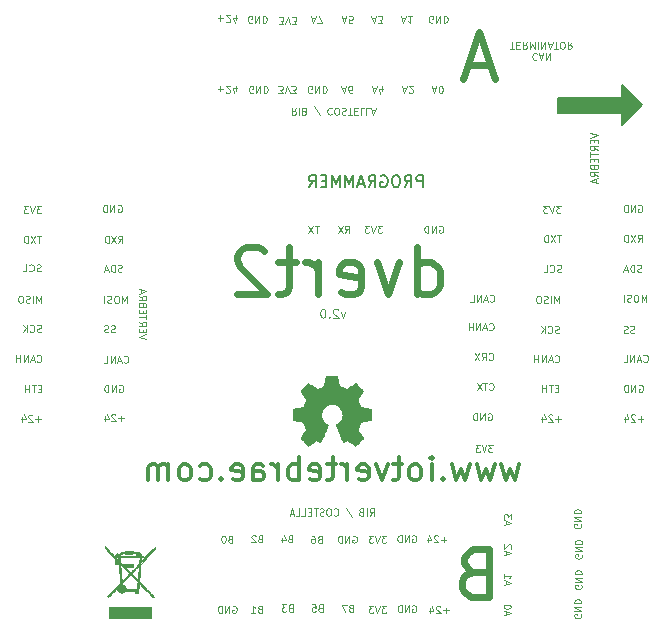
<source format=gbr>
%TF.GenerationSoftware,KiCad,Pcbnew,6.0.11+dfsg-1~bpo11+1*%
%TF.CreationDate,2023-05-15T10:42:25+02:00*%
%TF.ProjectId,dvert_12,64766572-745f-4313-922e-6b696361645f,rev?*%
%TF.SameCoordinates,Original*%
%TF.FileFunction,Legend,Bot*%
%TF.FilePolarity,Positive*%
%FSLAX46Y46*%
G04 Gerber Fmt 4.6, Leading zero omitted, Abs format (unit mm)*
G04 Created by KiCad (PCBNEW 6.0.11+dfsg-1~bpo11+1) date 2023-05-15 10:42:25*
%MOMM*%
%LPD*%
G01*
G04 APERTURE LIST*
%ADD10C,0.150000*%
%ADD11C,0.100000*%
%ADD12C,0.120000*%
%ADD13C,0.600000*%
%ADD14C,0.300000*%
%ADD15C,0.010000*%
G04 APERTURE END LIST*
D10*
G36*
X169200000Y-75300000D02*
G01*
X167500000Y-77000000D01*
X167500000Y-76000000D01*
X162100000Y-76000000D01*
X162100000Y-74700000D01*
X167500000Y-74700000D01*
X167500000Y-73600000D01*
X169200000Y-75300000D01*
G37*
X169200000Y-75300000D02*
X167500000Y-77000000D01*
X167500000Y-76000000D01*
X162100000Y-76000000D01*
X162100000Y-74700000D01*
X167500000Y-74700000D01*
X167500000Y-73600000D01*
X169200000Y-75300000D01*
D11*
X136292857Y-74270000D02*
X136235714Y-74298571D01*
X136150000Y-74298571D01*
X136064285Y-74270000D01*
X136007142Y-74212857D01*
X135978571Y-74155714D01*
X135950000Y-74041428D01*
X135950000Y-73955714D01*
X135978571Y-73841428D01*
X136007142Y-73784285D01*
X136064285Y-73727142D01*
X136150000Y-73698571D01*
X136207142Y-73698571D01*
X136292857Y-73727142D01*
X136321428Y-73755714D01*
X136321428Y-73955714D01*
X136207142Y-73955714D01*
X136578571Y-73698571D02*
X136578571Y-74298571D01*
X136921428Y-73698571D01*
X136921428Y-74298571D01*
X137207142Y-73698571D02*
X137207142Y-74298571D01*
X137350000Y-74298571D01*
X137435714Y-74270000D01*
X137492857Y-74212857D01*
X137521428Y-74155714D01*
X137550000Y-74041428D01*
X137550000Y-73955714D01*
X137521428Y-73841428D01*
X137492857Y-73784285D01*
X137435714Y-73727142D01*
X137350000Y-73698571D01*
X137207142Y-73698571D01*
D12*
X144111428Y-92829285D02*
X143932857Y-93329285D01*
X143754285Y-92829285D01*
X143504285Y-92650714D02*
X143468571Y-92615000D01*
X143397142Y-92579285D01*
X143218571Y-92579285D01*
X143147142Y-92615000D01*
X143111428Y-92650714D01*
X143075714Y-92722142D01*
X143075714Y-92793571D01*
X143111428Y-92900714D01*
X143540000Y-93329285D01*
X143075714Y-93329285D01*
X142754285Y-93257857D02*
X142718571Y-93293571D01*
X142754285Y-93329285D01*
X142790000Y-93293571D01*
X142754285Y-93257857D01*
X142754285Y-93329285D01*
X142254285Y-92579285D02*
X142182857Y-92579285D01*
X142111428Y-92615000D01*
X142075714Y-92650714D01*
X142040000Y-92722142D01*
X142004285Y-92865000D01*
X142004285Y-93043571D01*
X142040000Y-93186428D01*
X142075714Y-93257857D01*
X142111428Y-93293571D01*
X142182857Y-93329285D01*
X142254285Y-93329285D01*
X142325714Y-93293571D01*
X142361428Y-93257857D01*
X142397142Y-93186428D01*
X142432857Y-93043571D01*
X142432857Y-92865000D01*
X142397142Y-92722142D01*
X142361428Y-92650714D01*
X142325714Y-92615000D01*
X142254285Y-92579285D01*
D11*
X148891428Y-67920000D02*
X149177142Y-67920000D01*
X148834285Y-67748571D02*
X149034285Y-68348571D01*
X149234285Y-67748571D01*
X149748571Y-67748571D02*
X149405714Y-67748571D01*
X149577142Y-67748571D02*
X149577142Y-68348571D01*
X149520000Y-68262857D01*
X149462857Y-68205714D01*
X149405714Y-68177142D01*
X164871428Y-77671428D02*
X165471428Y-77871428D01*
X164871428Y-78071428D01*
X165157142Y-78271428D02*
X165157142Y-78471428D01*
X165471428Y-78557142D02*
X165471428Y-78271428D01*
X164871428Y-78271428D01*
X164871428Y-78557142D01*
X165471428Y-79157142D02*
X165185714Y-78957142D01*
X165471428Y-78814285D02*
X164871428Y-78814285D01*
X164871428Y-79042857D01*
X164900000Y-79100000D01*
X164928571Y-79128571D01*
X164985714Y-79157142D01*
X165071428Y-79157142D01*
X165128571Y-79128571D01*
X165157142Y-79100000D01*
X165185714Y-79042857D01*
X165185714Y-78814285D01*
X164871428Y-79328571D02*
X164871428Y-79671428D01*
X165471428Y-79500000D02*
X164871428Y-79500000D01*
X165157142Y-79871428D02*
X165157142Y-80071428D01*
X165471428Y-80157142D02*
X165471428Y-79871428D01*
X164871428Y-79871428D01*
X164871428Y-80157142D01*
X165157142Y-80614285D02*
X165185714Y-80700000D01*
X165214285Y-80728571D01*
X165271428Y-80757142D01*
X165357142Y-80757142D01*
X165414285Y-80728571D01*
X165442857Y-80700000D01*
X165471428Y-80642857D01*
X165471428Y-80414285D01*
X164871428Y-80414285D01*
X164871428Y-80614285D01*
X164900000Y-80671428D01*
X164928571Y-80700000D01*
X164985714Y-80728571D01*
X165042857Y-80728571D01*
X165100000Y-80700000D01*
X165128571Y-80671428D01*
X165157142Y-80614285D01*
X165157142Y-80414285D01*
X165471428Y-81357142D02*
X165185714Y-81157142D01*
X165471428Y-81014285D02*
X164871428Y-81014285D01*
X164871428Y-81242857D01*
X164900000Y-81300000D01*
X164928571Y-81328571D01*
X164985714Y-81357142D01*
X165071428Y-81357142D01*
X165128571Y-81328571D01*
X165157142Y-81300000D01*
X165185714Y-81242857D01*
X165185714Y-81014285D01*
X165300000Y-81585714D02*
X165300000Y-81871428D01*
X165471428Y-81528571D02*
X164871428Y-81728571D01*
X165471428Y-81928571D01*
X143841428Y-73860000D02*
X144127142Y-73860000D01*
X143784285Y-73688571D02*
X143984285Y-74288571D01*
X144184285Y-73688571D01*
X144641428Y-74288571D02*
X144527142Y-74288571D01*
X144470000Y-74260000D01*
X144441428Y-74231428D01*
X144384285Y-74145714D01*
X144355714Y-74031428D01*
X144355714Y-73802857D01*
X144384285Y-73745714D01*
X144412857Y-73717142D01*
X144470000Y-73688571D01*
X144584285Y-73688571D01*
X144641428Y-73717142D01*
X144670000Y-73745714D01*
X144698571Y-73802857D01*
X144698571Y-73945714D01*
X144670000Y-74002857D01*
X144641428Y-74031428D01*
X144584285Y-74060000D01*
X144470000Y-74060000D01*
X144412857Y-74031428D01*
X144384285Y-74002857D01*
X144355714Y-73945714D01*
X162202857Y-92091428D02*
X162202857Y-91491428D01*
X162002857Y-91920000D01*
X161802857Y-91491428D01*
X161802857Y-92091428D01*
X161517142Y-92091428D02*
X161517142Y-91491428D01*
X161260000Y-92062857D02*
X161174285Y-92091428D01*
X161031428Y-92091428D01*
X160974285Y-92062857D01*
X160945714Y-92034285D01*
X160917142Y-91977142D01*
X160917142Y-91920000D01*
X160945714Y-91862857D01*
X160974285Y-91834285D01*
X161031428Y-91805714D01*
X161145714Y-91777142D01*
X161202857Y-91748571D01*
X161231428Y-91720000D01*
X161260000Y-91662857D01*
X161260000Y-91605714D01*
X161231428Y-91548571D01*
X161202857Y-91520000D01*
X161145714Y-91491428D01*
X161002857Y-91491428D01*
X160917142Y-91520000D01*
X160545714Y-91491428D02*
X160431428Y-91491428D01*
X160374285Y-91520000D01*
X160317142Y-91577142D01*
X160288571Y-91691428D01*
X160288571Y-91891428D01*
X160317142Y-92005714D01*
X160374285Y-92062857D01*
X160431428Y-92091428D01*
X160545714Y-92091428D01*
X160602857Y-92062857D01*
X160660000Y-92005714D01*
X160688571Y-91891428D01*
X160688571Y-91691428D01*
X160660000Y-91577142D01*
X160602857Y-91520000D01*
X160545714Y-91491428D01*
X139472857Y-117887142D02*
X139387142Y-117915714D01*
X139358571Y-117944285D01*
X139330000Y-118001428D01*
X139330000Y-118087142D01*
X139358571Y-118144285D01*
X139387142Y-118172857D01*
X139444285Y-118201428D01*
X139672857Y-118201428D01*
X139672857Y-117601428D01*
X139472857Y-117601428D01*
X139415714Y-117630000D01*
X139387142Y-117658571D01*
X139358571Y-117715714D01*
X139358571Y-117772857D01*
X139387142Y-117830000D01*
X139415714Y-117858571D01*
X139472857Y-117887142D01*
X139672857Y-117887142D01*
X139130000Y-117601428D02*
X138758571Y-117601428D01*
X138958571Y-117830000D01*
X138872857Y-117830000D01*
X138815714Y-117858571D01*
X138787142Y-117887142D01*
X138758571Y-117944285D01*
X138758571Y-118087142D01*
X138787142Y-118144285D01*
X138815714Y-118172857D01*
X138872857Y-118201428D01*
X139044285Y-118201428D01*
X139101428Y-118172857D01*
X139130000Y-118144285D01*
X156270000Y-96854285D02*
X156298571Y-96882857D01*
X156384285Y-96911428D01*
X156441428Y-96911428D01*
X156527142Y-96882857D01*
X156584285Y-96825714D01*
X156612857Y-96768571D01*
X156641428Y-96654285D01*
X156641428Y-96568571D01*
X156612857Y-96454285D01*
X156584285Y-96397142D01*
X156527142Y-96340000D01*
X156441428Y-96311428D01*
X156384285Y-96311428D01*
X156298571Y-96340000D01*
X156270000Y-96368571D01*
X155670000Y-96911428D02*
X155870000Y-96625714D01*
X156012857Y-96911428D02*
X156012857Y-96311428D01*
X155784285Y-96311428D01*
X155727142Y-96340000D01*
X155698571Y-96368571D01*
X155670000Y-96425714D01*
X155670000Y-96511428D01*
X155698571Y-96568571D01*
X155727142Y-96597142D01*
X155784285Y-96625714D01*
X156012857Y-96625714D01*
X155470000Y-96311428D02*
X155070000Y-96911428D01*
X155070000Y-96311428D02*
X155470000Y-96911428D01*
X144572857Y-117907142D02*
X144487142Y-117935714D01*
X144458571Y-117964285D01*
X144430000Y-118021428D01*
X144430000Y-118107142D01*
X144458571Y-118164285D01*
X144487142Y-118192857D01*
X144544285Y-118221428D01*
X144772857Y-118221428D01*
X144772857Y-117621428D01*
X144572857Y-117621428D01*
X144515714Y-117650000D01*
X144487142Y-117678571D01*
X144458571Y-117735714D01*
X144458571Y-117792857D01*
X144487142Y-117850000D01*
X144515714Y-117878571D01*
X144572857Y-117907142D01*
X144772857Y-117907142D01*
X144230000Y-117621428D02*
X143830000Y-117621428D01*
X144087142Y-118221428D01*
X125358571Y-97064285D02*
X125387142Y-97092857D01*
X125472857Y-97121428D01*
X125530000Y-97121428D01*
X125615714Y-97092857D01*
X125672857Y-97035714D01*
X125701428Y-96978571D01*
X125730000Y-96864285D01*
X125730000Y-96778571D01*
X125701428Y-96664285D01*
X125672857Y-96607142D01*
X125615714Y-96550000D01*
X125530000Y-96521428D01*
X125472857Y-96521428D01*
X125387142Y-96550000D01*
X125358571Y-96578571D01*
X125130000Y-96950000D02*
X124844285Y-96950000D01*
X125187142Y-97121428D02*
X124987142Y-96521428D01*
X124787142Y-97121428D01*
X124587142Y-97121428D02*
X124587142Y-96521428D01*
X124244285Y-97121428D01*
X124244285Y-96521428D01*
X123672857Y-97121428D02*
X123958571Y-97121428D01*
X123958571Y-96521428D01*
X141271428Y-67910000D02*
X141557142Y-67910000D01*
X141214285Y-67738571D02*
X141414285Y-68338571D01*
X141614285Y-67738571D01*
X141757142Y-68338571D02*
X142157142Y-68338571D01*
X141900000Y-67738571D01*
X146171428Y-110071428D02*
X146371428Y-109785714D01*
X146514285Y-110071428D02*
X146514285Y-109471428D01*
X146285714Y-109471428D01*
X146228571Y-109500000D01*
X146200000Y-109528571D01*
X146171428Y-109585714D01*
X146171428Y-109671428D01*
X146200000Y-109728571D01*
X146228571Y-109757142D01*
X146285714Y-109785714D01*
X146514285Y-109785714D01*
X145914285Y-110071428D02*
X145914285Y-109471428D01*
X145428571Y-109757142D02*
X145342857Y-109785714D01*
X145314285Y-109814285D01*
X145285714Y-109871428D01*
X145285714Y-109957142D01*
X145314285Y-110014285D01*
X145342857Y-110042857D01*
X145400000Y-110071428D01*
X145628571Y-110071428D01*
X145628571Y-109471428D01*
X145428571Y-109471428D01*
X145371428Y-109500000D01*
X145342857Y-109528571D01*
X145314285Y-109585714D01*
X145314285Y-109642857D01*
X145342857Y-109700000D01*
X145371428Y-109728571D01*
X145428571Y-109757142D01*
X145628571Y-109757142D01*
X144142857Y-109442857D02*
X144657142Y-110214285D01*
X143142857Y-110014285D02*
X143171428Y-110042857D01*
X143257142Y-110071428D01*
X143314285Y-110071428D01*
X143400000Y-110042857D01*
X143457142Y-109985714D01*
X143485714Y-109928571D01*
X143514285Y-109814285D01*
X143514285Y-109728571D01*
X143485714Y-109614285D01*
X143457142Y-109557142D01*
X143400000Y-109500000D01*
X143314285Y-109471428D01*
X143257142Y-109471428D01*
X143171428Y-109500000D01*
X143142857Y-109528571D01*
X142771428Y-109471428D02*
X142657142Y-109471428D01*
X142600000Y-109500000D01*
X142542857Y-109557142D01*
X142514285Y-109671428D01*
X142514285Y-109871428D01*
X142542857Y-109985714D01*
X142600000Y-110042857D01*
X142657142Y-110071428D01*
X142771428Y-110071428D01*
X142828571Y-110042857D01*
X142885714Y-109985714D01*
X142914285Y-109871428D01*
X142914285Y-109671428D01*
X142885714Y-109557142D01*
X142828571Y-109500000D01*
X142771428Y-109471428D01*
X142285714Y-110042857D02*
X142200000Y-110071428D01*
X142057142Y-110071428D01*
X142000000Y-110042857D01*
X141971428Y-110014285D01*
X141942857Y-109957142D01*
X141942857Y-109900000D01*
X141971428Y-109842857D01*
X142000000Y-109814285D01*
X142057142Y-109785714D01*
X142171428Y-109757142D01*
X142228571Y-109728571D01*
X142257142Y-109700000D01*
X142285714Y-109642857D01*
X142285714Y-109585714D01*
X142257142Y-109528571D01*
X142228571Y-109500000D01*
X142171428Y-109471428D01*
X142028571Y-109471428D01*
X141942857Y-109500000D01*
X141771428Y-109471428D02*
X141428571Y-109471428D01*
X141600000Y-110071428D02*
X141600000Y-109471428D01*
X141228571Y-109757142D02*
X141028571Y-109757142D01*
X140942857Y-110071428D02*
X141228571Y-110071428D01*
X141228571Y-109471428D01*
X140942857Y-109471428D01*
X140400000Y-110071428D02*
X140685714Y-110071428D01*
X140685714Y-109471428D01*
X139914285Y-110071428D02*
X140200000Y-110071428D01*
X140200000Y-109471428D01*
X139742857Y-109900000D02*
X139457142Y-109900000D01*
X139800000Y-110071428D02*
X139600000Y-109471428D01*
X139400000Y-110071428D01*
D13*
X150206666Y-91299523D02*
X150206666Y-87299523D01*
X150206666Y-91109047D02*
X150587619Y-91299523D01*
X151349523Y-91299523D01*
X151730476Y-91109047D01*
X151920952Y-90918571D01*
X152111428Y-90537619D01*
X152111428Y-89394761D01*
X151920952Y-89013809D01*
X151730476Y-88823333D01*
X151349523Y-88632857D01*
X150587619Y-88632857D01*
X150206666Y-88823333D01*
X148682857Y-88632857D02*
X147730476Y-91299523D01*
X146778095Y-88632857D01*
X143730476Y-91109047D02*
X144111428Y-91299523D01*
X144873333Y-91299523D01*
X145254285Y-91109047D01*
X145444761Y-90728095D01*
X145444761Y-89204285D01*
X145254285Y-88823333D01*
X144873333Y-88632857D01*
X144111428Y-88632857D01*
X143730476Y-88823333D01*
X143540000Y-89204285D01*
X143540000Y-89585238D01*
X145444761Y-89966190D01*
X141825714Y-91299523D02*
X141825714Y-88632857D01*
X141825714Y-89394761D02*
X141635238Y-89013809D01*
X141444761Y-88823333D01*
X141063809Y-88632857D01*
X140682857Y-88632857D01*
X139920952Y-88632857D02*
X138397142Y-88632857D01*
X139349523Y-87299523D02*
X139349523Y-90728095D01*
X139159047Y-91109047D01*
X138778095Y-91299523D01*
X138397142Y-91299523D01*
X137254285Y-87680476D02*
X137063809Y-87490000D01*
X136682857Y-87299523D01*
X135730476Y-87299523D01*
X135349523Y-87490000D01*
X135159047Y-87680476D01*
X134968571Y-88061428D01*
X134968571Y-88442380D01*
X135159047Y-89013809D01*
X137444761Y-91299523D01*
X134968571Y-91299523D01*
D11*
X118351428Y-94492857D02*
X118265714Y-94521428D01*
X118122857Y-94521428D01*
X118065714Y-94492857D01*
X118037142Y-94464285D01*
X118008571Y-94407142D01*
X118008571Y-94350000D01*
X118037142Y-94292857D01*
X118065714Y-94264285D01*
X118122857Y-94235714D01*
X118237142Y-94207142D01*
X118294285Y-94178571D01*
X118322857Y-94150000D01*
X118351428Y-94092857D01*
X118351428Y-94035714D01*
X118322857Y-93978571D01*
X118294285Y-93950000D01*
X118237142Y-93921428D01*
X118094285Y-93921428D01*
X118008571Y-93950000D01*
X117408571Y-94464285D02*
X117437142Y-94492857D01*
X117522857Y-94521428D01*
X117580000Y-94521428D01*
X117665714Y-94492857D01*
X117722857Y-94435714D01*
X117751428Y-94378571D01*
X117780000Y-94264285D01*
X117780000Y-94178571D01*
X117751428Y-94064285D01*
X117722857Y-94007142D01*
X117665714Y-93950000D01*
X117580000Y-93921428D01*
X117522857Y-93921428D01*
X117437142Y-93950000D01*
X117408571Y-93978571D01*
X117151428Y-94521428D02*
X117151428Y-93921428D01*
X116808571Y-94521428D02*
X117065714Y-94178571D01*
X116808571Y-93921428D02*
X117151428Y-94264285D01*
X147562857Y-117711428D02*
X147191428Y-117711428D01*
X147391428Y-117940000D01*
X147305714Y-117940000D01*
X147248571Y-117968571D01*
X147220000Y-117997142D01*
X147191428Y-118054285D01*
X147191428Y-118197142D01*
X147220000Y-118254285D01*
X147248571Y-118282857D01*
X147305714Y-118311428D01*
X147477142Y-118311428D01*
X147534285Y-118282857D01*
X147562857Y-118254285D01*
X147020000Y-117711428D02*
X146820000Y-118311428D01*
X146620000Y-117711428D01*
X146477142Y-117711428D02*
X146105714Y-117711428D01*
X146305714Y-117940000D01*
X146220000Y-117940000D01*
X146162857Y-117968571D01*
X146134285Y-117997142D01*
X146105714Y-118054285D01*
X146105714Y-118197142D01*
X146134285Y-118254285D01*
X146162857Y-118282857D01*
X146220000Y-118311428D01*
X146391428Y-118311428D01*
X146448571Y-118282857D01*
X146477142Y-118254285D01*
X141272857Y-74260000D02*
X141215714Y-74288571D01*
X141130000Y-74288571D01*
X141044285Y-74260000D01*
X140987142Y-74202857D01*
X140958571Y-74145714D01*
X140930000Y-74031428D01*
X140930000Y-73945714D01*
X140958571Y-73831428D01*
X140987142Y-73774285D01*
X141044285Y-73717142D01*
X141130000Y-73688571D01*
X141187142Y-73688571D01*
X141272857Y-73717142D01*
X141301428Y-73745714D01*
X141301428Y-73945714D01*
X141187142Y-73945714D01*
X141558571Y-73688571D02*
X141558571Y-74288571D01*
X141901428Y-73688571D01*
X141901428Y-74288571D01*
X142187142Y-73688571D02*
X142187142Y-74288571D01*
X142330000Y-74288571D01*
X142415714Y-74260000D01*
X142472857Y-74202857D01*
X142501428Y-74145714D01*
X142530000Y-74031428D01*
X142530000Y-73945714D01*
X142501428Y-73831428D01*
X142472857Y-73774285D01*
X142415714Y-73717142D01*
X142330000Y-73688571D01*
X142187142Y-73688571D01*
X164100000Y-115957142D02*
X164128571Y-116014285D01*
X164128571Y-116100000D01*
X164100000Y-116185714D01*
X164042857Y-116242857D01*
X163985714Y-116271428D01*
X163871428Y-116300000D01*
X163785714Y-116300000D01*
X163671428Y-116271428D01*
X163614285Y-116242857D01*
X163557142Y-116185714D01*
X163528571Y-116100000D01*
X163528571Y-116042857D01*
X163557142Y-115957142D01*
X163585714Y-115928571D01*
X163785714Y-115928571D01*
X163785714Y-116042857D01*
X163528571Y-115671428D02*
X164128571Y-115671428D01*
X163528571Y-115328571D01*
X164128571Y-115328571D01*
X163528571Y-115042857D02*
X164128571Y-115042857D01*
X164128571Y-114900000D01*
X164100000Y-114814285D01*
X164042857Y-114757142D01*
X163985714Y-114728571D01*
X163871428Y-114700000D01*
X163785714Y-114700000D01*
X163671428Y-114728571D01*
X163614285Y-114757142D01*
X163557142Y-114814285D01*
X163528571Y-114900000D01*
X163528571Y-115042857D01*
X162350000Y-101882857D02*
X161892857Y-101882857D01*
X162121428Y-102111428D02*
X162121428Y-101654285D01*
X161635714Y-101568571D02*
X161607142Y-101540000D01*
X161550000Y-101511428D01*
X161407142Y-101511428D01*
X161350000Y-101540000D01*
X161321428Y-101568571D01*
X161292857Y-101625714D01*
X161292857Y-101682857D01*
X161321428Y-101768571D01*
X161664285Y-102111428D01*
X161292857Y-102111428D01*
X160778571Y-101711428D02*
X160778571Y-102111428D01*
X160921428Y-101482857D02*
X161064285Y-101911428D01*
X160692857Y-101911428D01*
X169350000Y-101882857D02*
X168892857Y-101882857D01*
X169121428Y-102111428D02*
X169121428Y-101654285D01*
X168635714Y-101568571D02*
X168607142Y-101540000D01*
X168550000Y-101511428D01*
X168407142Y-101511428D01*
X168350000Y-101540000D01*
X168321428Y-101568571D01*
X168292857Y-101625714D01*
X168292857Y-101682857D01*
X168321428Y-101768571D01*
X168664285Y-102111428D01*
X168292857Y-102111428D01*
X167778571Y-101711428D02*
X167778571Y-102111428D01*
X167921428Y-101482857D02*
X168064285Y-101911428D01*
X167692857Y-101911428D01*
X169358571Y-97004285D02*
X169387142Y-97032857D01*
X169472857Y-97061428D01*
X169530000Y-97061428D01*
X169615714Y-97032857D01*
X169672857Y-96975714D01*
X169701428Y-96918571D01*
X169730000Y-96804285D01*
X169730000Y-96718571D01*
X169701428Y-96604285D01*
X169672857Y-96547142D01*
X169615714Y-96490000D01*
X169530000Y-96461428D01*
X169472857Y-96461428D01*
X169387142Y-96490000D01*
X169358571Y-96518571D01*
X169130000Y-96890000D02*
X168844285Y-96890000D01*
X169187142Y-97061428D02*
X168987142Y-96461428D01*
X168787142Y-97061428D01*
X168587142Y-97061428D02*
X168587142Y-96461428D01*
X168244285Y-97061428D01*
X168244285Y-96461428D01*
X167672857Y-97061428D02*
X167958571Y-97061428D01*
X167958571Y-96461428D01*
X124967142Y-99060000D02*
X125024285Y-99031428D01*
X125110000Y-99031428D01*
X125195714Y-99060000D01*
X125252857Y-99117142D01*
X125281428Y-99174285D01*
X125310000Y-99288571D01*
X125310000Y-99374285D01*
X125281428Y-99488571D01*
X125252857Y-99545714D01*
X125195714Y-99602857D01*
X125110000Y-99631428D01*
X125052857Y-99631428D01*
X124967142Y-99602857D01*
X124938571Y-99574285D01*
X124938571Y-99374285D01*
X125052857Y-99374285D01*
X124681428Y-99631428D02*
X124681428Y-99031428D01*
X124338571Y-99631428D01*
X124338571Y-99031428D01*
X124052857Y-99631428D02*
X124052857Y-99031428D01*
X123910000Y-99031428D01*
X123824285Y-99060000D01*
X123767142Y-99117142D01*
X123738571Y-99174285D01*
X123710000Y-99288571D01*
X123710000Y-99374285D01*
X123738571Y-99488571D01*
X123767142Y-99545714D01*
X123824285Y-99602857D01*
X123910000Y-99631428D01*
X124052857Y-99631428D01*
X156187142Y-101450000D02*
X156244285Y-101421428D01*
X156330000Y-101421428D01*
X156415714Y-101450000D01*
X156472857Y-101507142D01*
X156501428Y-101564285D01*
X156530000Y-101678571D01*
X156530000Y-101764285D01*
X156501428Y-101878571D01*
X156472857Y-101935714D01*
X156415714Y-101992857D01*
X156330000Y-102021428D01*
X156272857Y-102021428D01*
X156187142Y-101992857D01*
X156158571Y-101964285D01*
X156158571Y-101764285D01*
X156272857Y-101764285D01*
X155901428Y-102021428D02*
X155901428Y-101421428D01*
X155558571Y-102021428D01*
X155558571Y-101421428D01*
X155272857Y-102021428D02*
X155272857Y-101421428D01*
X155130000Y-101421428D01*
X155044285Y-101450000D01*
X154987142Y-101507142D01*
X154958571Y-101564285D01*
X154930000Y-101678571D01*
X154930000Y-101764285D01*
X154958571Y-101878571D01*
X154987142Y-101935714D01*
X155044285Y-101992857D01*
X155130000Y-102021428D01*
X155272857Y-102021428D01*
X125188571Y-89392857D02*
X125102857Y-89421428D01*
X124960000Y-89421428D01*
X124902857Y-89392857D01*
X124874285Y-89364285D01*
X124845714Y-89307142D01*
X124845714Y-89250000D01*
X124874285Y-89192857D01*
X124902857Y-89164285D01*
X124960000Y-89135714D01*
X125074285Y-89107142D01*
X125131428Y-89078571D01*
X125160000Y-89050000D01*
X125188571Y-88992857D01*
X125188571Y-88935714D01*
X125160000Y-88878571D01*
X125131428Y-88850000D01*
X125074285Y-88821428D01*
X124931428Y-88821428D01*
X124845714Y-88850000D01*
X124588571Y-89421428D02*
X124588571Y-88821428D01*
X124445714Y-88821428D01*
X124360000Y-88850000D01*
X124302857Y-88907142D01*
X124274285Y-88964285D01*
X124245714Y-89078571D01*
X124245714Y-89164285D01*
X124274285Y-89278571D01*
X124302857Y-89335714D01*
X124360000Y-89392857D01*
X124445714Y-89421428D01*
X124588571Y-89421428D01*
X124017142Y-89250000D02*
X123731428Y-89250000D01*
X124074285Y-89421428D02*
X123874285Y-88821428D01*
X123674285Y-89421428D01*
X168860000Y-86891428D02*
X169060000Y-86605714D01*
X169202857Y-86891428D02*
X169202857Y-86291428D01*
X168974285Y-86291428D01*
X168917142Y-86320000D01*
X168888571Y-86348571D01*
X168860000Y-86405714D01*
X168860000Y-86491428D01*
X168888571Y-86548571D01*
X168917142Y-86577142D01*
X168974285Y-86605714D01*
X169202857Y-86605714D01*
X168660000Y-86291428D02*
X168260000Y-86891428D01*
X168260000Y-86291428D02*
X168660000Y-86891428D01*
X168031428Y-86891428D02*
X168031428Y-86291428D01*
X167888571Y-86291428D01*
X167802857Y-86320000D01*
X167745714Y-86377142D01*
X167717142Y-86434285D01*
X167688571Y-86548571D01*
X167688571Y-86634285D01*
X167717142Y-86748571D01*
X167745714Y-86805714D01*
X167802857Y-86862857D01*
X167888571Y-86891428D01*
X168031428Y-86891428D01*
X136202857Y-68330000D02*
X136145714Y-68358571D01*
X136060000Y-68358571D01*
X135974285Y-68330000D01*
X135917142Y-68272857D01*
X135888571Y-68215714D01*
X135860000Y-68101428D01*
X135860000Y-68015714D01*
X135888571Y-67901428D01*
X135917142Y-67844285D01*
X135974285Y-67787142D01*
X136060000Y-67758571D01*
X136117142Y-67758571D01*
X136202857Y-67787142D01*
X136231428Y-67815714D01*
X136231428Y-68015714D01*
X136117142Y-68015714D01*
X136488571Y-67758571D02*
X136488571Y-68358571D01*
X136831428Y-67758571D01*
X136831428Y-68358571D01*
X137117142Y-67758571D02*
X137117142Y-68358571D01*
X137260000Y-68358571D01*
X137345714Y-68330000D01*
X137402857Y-68272857D01*
X137431428Y-68215714D01*
X137460000Y-68101428D01*
X137460000Y-68015714D01*
X137431428Y-67901428D01*
X137402857Y-67844285D01*
X137345714Y-67787142D01*
X137260000Y-67758571D01*
X137117142Y-67758571D01*
X118347142Y-86361428D02*
X118004285Y-86361428D01*
X118175714Y-86961428D02*
X118175714Y-86361428D01*
X117861428Y-86361428D02*
X117461428Y-86961428D01*
X117461428Y-86361428D02*
X117861428Y-86961428D01*
X117232857Y-86961428D02*
X117232857Y-86361428D01*
X117090000Y-86361428D01*
X117004285Y-86390000D01*
X116947142Y-86447142D01*
X116918571Y-86504285D01*
X116890000Y-86618571D01*
X116890000Y-86704285D01*
X116918571Y-86818571D01*
X116947142Y-86875714D01*
X117004285Y-86932857D01*
X117090000Y-86961428D01*
X117232857Y-86961428D01*
X156602857Y-104081428D02*
X156231428Y-104081428D01*
X156431428Y-104310000D01*
X156345714Y-104310000D01*
X156288571Y-104338571D01*
X156260000Y-104367142D01*
X156231428Y-104424285D01*
X156231428Y-104567142D01*
X156260000Y-104624285D01*
X156288571Y-104652857D01*
X156345714Y-104681428D01*
X156517142Y-104681428D01*
X156574285Y-104652857D01*
X156602857Y-104624285D01*
X156060000Y-104081428D02*
X155860000Y-104681428D01*
X155660000Y-104081428D01*
X155517142Y-104081428D02*
X155145714Y-104081428D01*
X155345714Y-104310000D01*
X155260000Y-104310000D01*
X155202857Y-104338571D01*
X155174285Y-104367142D01*
X155145714Y-104424285D01*
X155145714Y-104567142D01*
X155174285Y-104624285D01*
X155202857Y-104652857D01*
X155260000Y-104681428D01*
X155431428Y-104681428D01*
X155488571Y-104652857D01*
X155517142Y-104624285D01*
X134577142Y-117740000D02*
X134634285Y-117711428D01*
X134720000Y-117711428D01*
X134805714Y-117740000D01*
X134862857Y-117797142D01*
X134891428Y-117854285D01*
X134920000Y-117968571D01*
X134920000Y-118054285D01*
X134891428Y-118168571D01*
X134862857Y-118225714D01*
X134805714Y-118282857D01*
X134720000Y-118311428D01*
X134662857Y-118311428D01*
X134577142Y-118282857D01*
X134548571Y-118254285D01*
X134548571Y-118054285D01*
X134662857Y-118054285D01*
X134291428Y-118311428D02*
X134291428Y-117711428D01*
X133948571Y-118311428D01*
X133948571Y-117711428D01*
X133662857Y-118311428D02*
X133662857Y-117711428D01*
X133520000Y-117711428D01*
X133434285Y-117740000D01*
X133377142Y-117797142D01*
X133348571Y-117854285D01*
X133320000Y-117968571D01*
X133320000Y-118054285D01*
X133348571Y-118168571D01*
X133377142Y-118225714D01*
X133434285Y-118282857D01*
X133520000Y-118311428D01*
X133662857Y-118311428D01*
X118361428Y-99317142D02*
X118161428Y-99317142D01*
X118075714Y-99631428D02*
X118361428Y-99631428D01*
X118361428Y-99031428D01*
X118075714Y-99031428D01*
X117904285Y-99031428D02*
X117561428Y-99031428D01*
X117732857Y-99631428D02*
X117732857Y-99031428D01*
X117361428Y-99631428D02*
X117361428Y-99031428D01*
X117361428Y-99317142D02*
X117018571Y-99317142D01*
X117018571Y-99631428D02*
X117018571Y-99031428D01*
X118342857Y-92041428D02*
X118342857Y-91441428D01*
X118142857Y-91870000D01*
X117942857Y-91441428D01*
X117942857Y-92041428D01*
X117657142Y-92041428D02*
X117657142Y-91441428D01*
X117400000Y-92012857D02*
X117314285Y-92041428D01*
X117171428Y-92041428D01*
X117114285Y-92012857D01*
X117085714Y-91984285D01*
X117057142Y-91927142D01*
X117057142Y-91870000D01*
X117085714Y-91812857D01*
X117114285Y-91784285D01*
X117171428Y-91755714D01*
X117285714Y-91727142D01*
X117342857Y-91698571D01*
X117371428Y-91670000D01*
X117400000Y-91612857D01*
X117400000Y-91555714D01*
X117371428Y-91498571D01*
X117342857Y-91470000D01*
X117285714Y-91441428D01*
X117142857Y-91441428D01*
X117057142Y-91470000D01*
X116685714Y-91441428D02*
X116571428Y-91441428D01*
X116514285Y-91470000D01*
X116457142Y-91527142D01*
X116428571Y-91641428D01*
X116428571Y-91841428D01*
X116457142Y-91955714D01*
X116514285Y-92012857D01*
X116571428Y-92041428D01*
X116685714Y-92041428D01*
X116742857Y-92012857D01*
X116800000Y-91955714D01*
X116828571Y-91841428D01*
X116828571Y-91641428D01*
X116800000Y-91527142D01*
X116742857Y-91470000D01*
X116685714Y-91441428D01*
X144747142Y-111800000D02*
X144804285Y-111771428D01*
X144890000Y-111771428D01*
X144975714Y-111800000D01*
X145032857Y-111857142D01*
X145061428Y-111914285D01*
X145090000Y-112028571D01*
X145090000Y-112114285D01*
X145061428Y-112228571D01*
X145032857Y-112285714D01*
X144975714Y-112342857D01*
X144890000Y-112371428D01*
X144832857Y-112371428D01*
X144747142Y-112342857D01*
X144718571Y-112314285D01*
X144718571Y-112114285D01*
X144832857Y-112114285D01*
X144461428Y-112371428D02*
X144461428Y-111771428D01*
X144118571Y-112371428D01*
X144118571Y-111771428D01*
X143832857Y-112371428D02*
X143832857Y-111771428D01*
X143690000Y-111771428D01*
X143604285Y-111800000D01*
X143547142Y-111857142D01*
X143518571Y-111914285D01*
X143490000Y-112028571D01*
X143490000Y-112114285D01*
X143518571Y-112228571D01*
X143547142Y-112285714D01*
X143604285Y-112342857D01*
X143690000Y-112371428D01*
X143832857Y-112371428D01*
X141982857Y-117887142D02*
X141897142Y-117915714D01*
X141868571Y-117944285D01*
X141840000Y-118001428D01*
X141840000Y-118087142D01*
X141868571Y-118144285D01*
X141897142Y-118172857D01*
X141954285Y-118201428D01*
X142182857Y-118201428D01*
X142182857Y-117601428D01*
X141982857Y-117601428D01*
X141925714Y-117630000D01*
X141897142Y-117658571D01*
X141868571Y-117715714D01*
X141868571Y-117772857D01*
X141897142Y-117830000D01*
X141925714Y-117858571D01*
X141982857Y-117887142D01*
X142182857Y-117887142D01*
X141297142Y-117601428D02*
X141582857Y-117601428D01*
X141611428Y-117887142D01*
X141582857Y-117858571D01*
X141525714Y-117830000D01*
X141382857Y-117830000D01*
X141325714Y-117858571D01*
X141297142Y-117887142D01*
X141268571Y-117944285D01*
X141268571Y-118087142D01*
X141297142Y-118144285D01*
X141325714Y-118172857D01*
X141382857Y-118201428D01*
X141525714Y-118201428D01*
X141582857Y-118172857D01*
X141611428Y-118144285D01*
X161860000Y-97044285D02*
X161888571Y-97072857D01*
X161974285Y-97101428D01*
X162031428Y-97101428D01*
X162117142Y-97072857D01*
X162174285Y-97015714D01*
X162202857Y-96958571D01*
X162231428Y-96844285D01*
X162231428Y-96758571D01*
X162202857Y-96644285D01*
X162174285Y-96587142D01*
X162117142Y-96530000D01*
X162031428Y-96501428D01*
X161974285Y-96501428D01*
X161888571Y-96530000D01*
X161860000Y-96558571D01*
X161631428Y-96930000D02*
X161345714Y-96930000D01*
X161688571Y-97101428D02*
X161488571Y-96501428D01*
X161288571Y-97101428D01*
X161088571Y-97101428D02*
X161088571Y-96501428D01*
X160745714Y-97101428D01*
X160745714Y-96501428D01*
X160460000Y-97101428D02*
X160460000Y-96501428D01*
X160460000Y-96787142D02*
X160117142Y-96787142D01*
X160117142Y-97101428D02*
X160117142Y-96501428D01*
X141932857Y-112087142D02*
X141847142Y-112115714D01*
X141818571Y-112144285D01*
X141790000Y-112201428D01*
X141790000Y-112287142D01*
X141818571Y-112344285D01*
X141847142Y-112372857D01*
X141904285Y-112401428D01*
X142132857Y-112401428D01*
X142132857Y-111801428D01*
X141932857Y-111801428D01*
X141875714Y-111830000D01*
X141847142Y-111858571D01*
X141818571Y-111915714D01*
X141818571Y-111972857D01*
X141847142Y-112030000D01*
X141875714Y-112058571D01*
X141932857Y-112087142D01*
X142132857Y-112087142D01*
X141275714Y-111801428D02*
X141390000Y-111801428D01*
X141447142Y-111830000D01*
X141475714Y-111858571D01*
X141532857Y-111944285D01*
X141561428Y-112058571D01*
X141561428Y-112287142D01*
X141532857Y-112344285D01*
X141504285Y-112372857D01*
X141447142Y-112401428D01*
X141332857Y-112401428D01*
X141275714Y-112372857D01*
X141247142Y-112344285D01*
X141218571Y-112287142D01*
X141218571Y-112144285D01*
X141247142Y-112087142D01*
X141275714Y-112058571D01*
X141332857Y-112030000D01*
X141447142Y-112030000D01*
X141504285Y-112058571D01*
X141532857Y-112087142D01*
X141561428Y-112144285D01*
X118352857Y-83881428D02*
X117981428Y-83881428D01*
X118181428Y-84110000D01*
X118095714Y-84110000D01*
X118038571Y-84138571D01*
X118010000Y-84167142D01*
X117981428Y-84224285D01*
X117981428Y-84367142D01*
X118010000Y-84424285D01*
X118038571Y-84452857D01*
X118095714Y-84481428D01*
X118267142Y-84481428D01*
X118324285Y-84452857D01*
X118352857Y-84424285D01*
X117810000Y-83881428D02*
X117610000Y-84481428D01*
X117410000Y-83881428D01*
X117267142Y-83881428D02*
X116895714Y-83881428D01*
X117095714Y-84110000D01*
X117010000Y-84110000D01*
X116952857Y-84138571D01*
X116924285Y-84167142D01*
X116895714Y-84224285D01*
X116895714Y-84367142D01*
X116924285Y-84424285D01*
X116952857Y-84452857D01*
X117010000Y-84481428D01*
X117181428Y-84481428D01*
X117238571Y-84452857D01*
X117267142Y-84424285D01*
D13*
X154954285Y-114844285D02*
X154382857Y-115034761D01*
X154192380Y-115225238D01*
X154001904Y-115606190D01*
X154001904Y-116177619D01*
X154192380Y-116558571D01*
X154382857Y-116749047D01*
X154763809Y-116939523D01*
X156287619Y-116939523D01*
X156287619Y-112939523D01*
X154954285Y-112939523D01*
X154573333Y-113130000D01*
X154382857Y-113320476D01*
X154192380Y-113701428D01*
X154192380Y-114082380D01*
X154382857Y-114463333D01*
X154573333Y-114653809D01*
X154954285Y-114844285D01*
X156287619Y-114844285D01*
D11*
X118340000Y-101902857D02*
X117882857Y-101902857D01*
X118111428Y-102131428D02*
X118111428Y-101674285D01*
X117625714Y-101588571D02*
X117597142Y-101560000D01*
X117540000Y-101531428D01*
X117397142Y-101531428D01*
X117340000Y-101560000D01*
X117311428Y-101588571D01*
X117282857Y-101645714D01*
X117282857Y-101702857D01*
X117311428Y-101788571D01*
X117654285Y-102131428D01*
X117282857Y-102131428D01*
X116768571Y-101731428D02*
X116768571Y-102131428D01*
X116911428Y-101502857D02*
X117054285Y-101931428D01*
X116682857Y-101931428D01*
X136862857Y-117977142D02*
X136777142Y-118005714D01*
X136748571Y-118034285D01*
X136720000Y-118091428D01*
X136720000Y-118177142D01*
X136748571Y-118234285D01*
X136777142Y-118262857D01*
X136834285Y-118291428D01*
X137062857Y-118291428D01*
X137062857Y-117691428D01*
X136862857Y-117691428D01*
X136805714Y-117720000D01*
X136777142Y-117748571D01*
X136748571Y-117805714D01*
X136748571Y-117862857D01*
X136777142Y-117920000D01*
X136805714Y-117948571D01*
X136862857Y-117977142D01*
X137062857Y-117977142D01*
X136148571Y-118291428D02*
X136491428Y-118291428D01*
X136320000Y-118291428D02*
X136320000Y-117691428D01*
X136377142Y-117777142D01*
X136434285Y-117834285D01*
X136491428Y-117862857D01*
X162131428Y-99307142D02*
X161931428Y-99307142D01*
X161845714Y-99621428D02*
X162131428Y-99621428D01*
X162131428Y-99021428D01*
X161845714Y-99021428D01*
X161674285Y-99021428D02*
X161331428Y-99021428D01*
X161502857Y-99621428D02*
X161502857Y-99021428D01*
X161131428Y-99621428D02*
X161131428Y-99021428D01*
X161131428Y-99307142D02*
X160788571Y-99307142D01*
X160788571Y-99621428D02*
X160788571Y-99021428D01*
X139928571Y-75528571D02*
X139728571Y-75814285D01*
X139585714Y-75528571D02*
X139585714Y-76128571D01*
X139814285Y-76128571D01*
X139871428Y-76100000D01*
X139900000Y-76071428D01*
X139928571Y-76014285D01*
X139928571Y-75928571D01*
X139900000Y-75871428D01*
X139871428Y-75842857D01*
X139814285Y-75814285D01*
X139585714Y-75814285D01*
X140185714Y-75528571D02*
X140185714Y-76128571D01*
X140671428Y-75842857D02*
X140757142Y-75814285D01*
X140785714Y-75785714D01*
X140814285Y-75728571D01*
X140814285Y-75642857D01*
X140785714Y-75585714D01*
X140757142Y-75557142D01*
X140700000Y-75528571D01*
X140471428Y-75528571D01*
X140471428Y-76128571D01*
X140671428Y-76128571D01*
X140728571Y-76100000D01*
X140757142Y-76071428D01*
X140785714Y-76014285D01*
X140785714Y-75957142D01*
X140757142Y-75900000D01*
X140728571Y-75871428D01*
X140671428Y-75842857D01*
X140471428Y-75842857D01*
X141957142Y-76157142D02*
X141442857Y-75385714D01*
X142957142Y-75585714D02*
X142928571Y-75557142D01*
X142842857Y-75528571D01*
X142785714Y-75528571D01*
X142700000Y-75557142D01*
X142642857Y-75614285D01*
X142614285Y-75671428D01*
X142585714Y-75785714D01*
X142585714Y-75871428D01*
X142614285Y-75985714D01*
X142642857Y-76042857D01*
X142700000Y-76100000D01*
X142785714Y-76128571D01*
X142842857Y-76128571D01*
X142928571Y-76100000D01*
X142957142Y-76071428D01*
X143328571Y-76128571D02*
X143442857Y-76128571D01*
X143500000Y-76100000D01*
X143557142Y-76042857D01*
X143585714Y-75928571D01*
X143585714Y-75728571D01*
X143557142Y-75614285D01*
X143500000Y-75557142D01*
X143442857Y-75528571D01*
X143328571Y-75528571D01*
X143271428Y-75557142D01*
X143214285Y-75614285D01*
X143185714Y-75728571D01*
X143185714Y-75928571D01*
X143214285Y-76042857D01*
X143271428Y-76100000D01*
X143328571Y-76128571D01*
X143814285Y-75557142D02*
X143900000Y-75528571D01*
X144042857Y-75528571D01*
X144100000Y-75557142D01*
X144128571Y-75585714D01*
X144157142Y-75642857D01*
X144157142Y-75700000D01*
X144128571Y-75757142D01*
X144100000Y-75785714D01*
X144042857Y-75814285D01*
X143928571Y-75842857D01*
X143871428Y-75871428D01*
X143842857Y-75900000D01*
X143814285Y-75957142D01*
X143814285Y-76014285D01*
X143842857Y-76071428D01*
X143871428Y-76100000D01*
X143928571Y-76128571D01*
X144071428Y-76128571D01*
X144157142Y-76100000D01*
X144328571Y-76128571D02*
X144671428Y-76128571D01*
X144500000Y-75528571D02*
X144500000Y-76128571D01*
X144871428Y-75842857D02*
X145071428Y-75842857D01*
X145157142Y-75528571D02*
X144871428Y-75528571D01*
X144871428Y-76128571D01*
X145157142Y-76128571D01*
X145700000Y-75528571D02*
X145414285Y-75528571D01*
X145414285Y-76128571D01*
X146185714Y-75528571D02*
X145900000Y-75528571D01*
X145900000Y-76128571D01*
X146357142Y-75700000D02*
X146642857Y-75700000D01*
X146300000Y-75528571D02*
X146500000Y-76128571D01*
X146700000Y-75528571D01*
X141877142Y-85531428D02*
X141534285Y-85531428D01*
X141705714Y-86131428D02*
X141705714Y-85531428D01*
X141391428Y-85531428D02*
X140991428Y-86131428D01*
X140991428Y-85531428D02*
X141391428Y-86131428D01*
X147222857Y-85521428D02*
X146851428Y-85521428D01*
X147051428Y-85750000D01*
X146965714Y-85750000D01*
X146908571Y-85778571D01*
X146880000Y-85807142D01*
X146851428Y-85864285D01*
X146851428Y-86007142D01*
X146880000Y-86064285D01*
X146908571Y-86092857D01*
X146965714Y-86121428D01*
X147137142Y-86121428D01*
X147194285Y-86092857D01*
X147222857Y-86064285D01*
X146680000Y-85521428D02*
X146480000Y-86121428D01*
X146280000Y-85521428D01*
X146137142Y-85521428D02*
X145765714Y-85521428D01*
X145965714Y-85750000D01*
X145880000Y-85750000D01*
X145822857Y-85778571D01*
X145794285Y-85807142D01*
X145765714Y-85864285D01*
X145765714Y-86007142D01*
X145794285Y-86064285D01*
X145822857Y-86092857D01*
X145880000Y-86121428D01*
X146051428Y-86121428D01*
X146108571Y-86092857D01*
X146137142Y-86064285D01*
X133310000Y-67937142D02*
X133767142Y-67937142D01*
X133538571Y-67708571D02*
X133538571Y-68165714D01*
X134024285Y-68251428D02*
X134052857Y-68280000D01*
X134110000Y-68308571D01*
X134252857Y-68308571D01*
X134310000Y-68280000D01*
X134338571Y-68251428D01*
X134367142Y-68194285D01*
X134367142Y-68137142D01*
X134338571Y-68051428D01*
X133995714Y-67708571D01*
X134367142Y-67708571D01*
X134881428Y-68108571D02*
X134881428Y-67708571D01*
X134738571Y-68337142D02*
X134595714Y-67908571D01*
X134967142Y-67908571D01*
X168927142Y-83800000D02*
X168984285Y-83771428D01*
X169070000Y-83771428D01*
X169155714Y-83800000D01*
X169212857Y-83857142D01*
X169241428Y-83914285D01*
X169270000Y-84028571D01*
X169270000Y-84114285D01*
X169241428Y-84228571D01*
X169212857Y-84285714D01*
X169155714Y-84342857D01*
X169070000Y-84371428D01*
X169012857Y-84371428D01*
X168927142Y-84342857D01*
X168898571Y-84314285D01*
X168898571Y-84114285D01*
X169012857Y-84114285D01*
X168641428Y-84371428D02*
X168641428Y-83771428D01*
X168298571Y-84371428D01*
X168298571Y-83771428D01*
X168012857Y-84371428D02*
X168012857Y-83771428D01*
X167870000Y-83771428D01*
X167784285Y-83800000D01*
X167727142Y-83857142D01*
X167698571Y-83914285D01*
X167670000Y-84028571D01*
X167670000Y-84114285D01*
X167698571Y-84228571D01*
X167727142Y-84285714D01*
X167784285Y-84342857D01*
X167870000Y-84371428D01*
X168012857Y-84371428D01*
X156368571Y-91914285D02*
X156397142Y-91942857D01*
X156482857Y-91971428D01*
X156540000Y-91971428D01*
X156625714Y-91942857D01*
X156682857Y-91885714D01*
X156711428Y-91828571D01*
X156740000Y-91714285D01*
X156740000Y-91628571D01*
X156711428Y-91514285D01*
X156682857Y-91457142D01*
X156625714Y-91400000D01*
X156540000Y-91371428D01*
X156482857Y-91371428D01*
X156397142Y-91400000D01*
X156368571Y-91428571D01*
X156140000Y-91800000D02*
X155854285Y-91800000D01*
X156197142Y-91971428D02*
X155997142Y-91371428D01*
X155797142Y-91971428D01*
X155597142Y-91971428D02*
X155597142Y-91371428D01*
X155254285Y-91971428D01*
X155254285Y-91371428D01*
X154682857Y-91971428D02*
X154968571Y-91971428D01*
X154968571Y-91371428D01*
X157750000Y-115888571D02*
X157750000Y-115602857D01*
X157578571Y-115945714D02*
X158178571Y-115745714D01*
X157578571Y-115545714D01*
X157578571Y-115031428D02*
X157578571Y-115374285D01*
X157578571Y-115202857D02*
X158178571Y-115202857D01*
X158092857Y-115260000D01*
X158035714Y-115317142D01*
X158007142Y-115374285D01*
X124857142Y-83820000D02*
X124914285Y-83791428D01*
X125000000Y-83791428D01*
X125085714Y-83820000D01*
X125142857Y-83877142D01*
X125171428Y-83934285D01*
X125200000Y-84048571D01*
X125200000Y-84134285D01*
X125171428Y-84248571D01*
X125142857Y-84305714D01*
X125085714Y-84362857D01*
X125000000Y-84391428D01*
X124942857Y-84391428D01*
X124857142Y-84362857D01*
X124828571Y-84334285D01*
X124828571Y-84134285D01*
X124942857Y-84134285D01*
X124571428Y-84391428D02*
X124571428Y-83791428D01*
X124228571Y-84391428D01*
X124228571Y-83791428D01*
X123942857Y-84391428D02*
X123942857Y-83791428D01*
X123800000Y-83791428D01*
X123714285Y-83820000D01*
X123657142Y-83877142D01*
X123628571Y-83934285D01*
X123600000Y-84048571D01*
X123600000Y-84134285D01*
X123628571Y-84248571D01*
X123657142Y-84305714D01*
X123714285Y-84362857D01*
X123800000Y-84391428D01*
X123942857Y-84391428D01*
X152670000Y-112122857D02*
X152212857Y-112122857D01*
X152441428Y-112351428D02*
X152441428Y-111894285D01*
X151955714Y-111808571D02*
X151927142Y-111780000D01*
X151870000Y-111751428D01*
X151727142Y-111751428D01*
X151670000Y-111780000D01*
X151641428Y-111808571D01*
X151612857Y-111865714D01*
X151612857Y-111922857D01*
X151641428Y-112008571D01*
X151984285Y-112351428D01*
X151612857Y-112351428D01*
X151098571Y-111951428D02*
X151098571Y-112351428D01*
X151241428Y-111722857D02*
X151384285Y-112151428D01*
X151012857Y-112151428D01*
X164070000Y-118427142D02*
X164098571Y-118484285D01*
X164098571Y-118570000D01*
X164070000Y-118655714D01*
X164012857Y-118712857D01*
X163955714Y-118741428D01*
X163841428Y-118770000D01*
X163755714Y-118770000D01*
X163641428Y-118741428D01*
X163584285Y-118712857D01*
X163527142Y-118655714D01*
X163498571Y-118570000D01*
X163498571Y-118512857D01*
X163527142Y-118427142D01*
X163555714Y-118398571D01*
X163755714Y-118398571D01*
X163755714Y-118512857D01*
X163498571Y-118141428D02*
X164098571Y-118141428D01*
X163498571Y-117798571D01*
X164098571Y-117798571D01*
X163498571Y-117512857D02*
X164098571Y-117512857D01*
X164098571Y-117370000D01*
X164070000Y-117284285D01*
X164012857Y-117227142D01*
X163955714Y-117198571D01*
X163841428Y-117170000D01*
X163755714Y-117170000D01*
X163641428Y-117198571D01*
X163584285Y-117227142D01*
X163527142Y-117284285D01*
X163498571Y-117370000D01*
X163498571Y-117512857D01*
X124617142Y-94542857D02*
X124531428Y-94571428D01*
X124388571Y-94571428D01*
X124331428Y-94542857D01*
X124302857Y-94514285D01*
X124274285Y-94457142D01*
X124274285Y-94400000D01*
X124302857Y-94342857D01*
X124331428Y-94314285D01*
X124388571Y-94285714D01*
X124502857Y-94257142D01*
X124560000Y-94228571D01*
X124588571Y-94200000D01*
X124617142Y-94142857D01*
X124617142Y-94085714D01*
X124588571Y-94028571D01*
X124560000Y-94000000D01*
X124502857Y-93971428D01*
X124360000Y-93971428D01*
X124274285Y-94000000D01*
X124045714Y-94542857D02*
X123960000Y-94571428D01*
X123817142Y-94571428D01*
X123760000Y-94542857D01*
X123731428Y-94514285D01*
X123702857Y-94457142D01*
X123702857Y-94400000D01*
X123731428Y-94342857D01*
X123760000Y-94314285D01*
X123817142Y-94285714D01*
X123931428Y-94257142D01*
X123988571Y-94228571D01*
X124017142Y-94200000D01*
X124045714Y-94142857D01*
X124045714Y-94085714D01*
X124017142Y-94028571D01*
X123988571Y-94000000D01*
X123931428Y-93971428D01*
X123788571Y-93971428D01*
X123702857Y-94000000D01*
X168967142Y-99030000D02*
X169024285Y-99001428D01*
X169110000Y-99001428D01*
X169195714Y-99030000D01*
X169252857Y-99087142D01*
X169281428Y-99144285D01*
X169310000Y-99258571D01*
X169310000Y-99344285D01*
X169281428Y-99458571D01*
X169252857Y-99515714D01*
X169195714Y-99572857D01*
X169110000Y-99601428D01*
X169052857Y-99601428D01*
X168967142Y-99572857D01*
X168938571Y-99544285D01*
X168938571Y-99344285D01*
X169052857Y-99344285D01*
X168681428Y-99601428D02*
X168681428Y-99001428D01*
X168338571Y-99601428D01*
X168338571Y-99001428D01*
X168052857Y-99601428D02*
X168052857Y-99001428D01*
X167910000Y-99001428D01*
X167824285Y-99030000D01*
X167767142Y-99087142D01*
X167738571Y-99144285D01*
X167710000Y-99258571D01*
X167710000Y-99344285D01*
X167738571Y-99458571D01*
X167767142Y-99515714D01*
X167824285Y-99572857D01*
X167910000Y-99601428D01*
X168052857Y-99601428D01*
D14*
X158849523Y-105741428D02*
X158468571Y-107074761D01*
X158087619Y-106122380D01*
X157706666Y-107074761D01*
X157325714Y-105741428D01*
X156754285Y-105741428D02*
X156373333Y-107074761D01*
X155992380Y-106122380D01*
X155611428Y-107074761D01*
X155230476Y-105741428D01*
X154659047Y-105741428D02*
X154278095Y-107074761D01*
X153897142Y-106122380D01*
X153516190Y-107074761D01*
X153135238Y-105741428D01*
X152373333Y-106884285D02*
X152278095Y-106979523D01*
X152373333Y-107074761D01*
X152468571Y-106979523D01*
X152373333Y-106884285D01*
X152373333Y-107074761D01*
X151420952Y-107074761D02*
X151420952Y-105741428D01*
X151420952Y-105074761D02*
X151516190Y-105170000D01*
X151420952Y-105265238D01*
X151325714Y-105170000D01*
X151420952Y-105074761D01*
X151420952Y-105265238D01*
X150182857Y-107074761D02*
X150373333Y-106979523D01*
X150468571Y-106884285D01*
X150563809Y-106693809D01*
X150563809Y-106122380D01*
X150468571Y-105931904D01*
X150373333Y-105836666D01*
X150182857Y-105741428D01*
X149897142Y-105741428D01*
X149706666Y-105836666D01*
X149611428Y-105931904D01*
X149516190Y-106122380D01*
X149516190Y-106693809D01*
X149611428Y-106884285D01*
X149706666Y-106979523D01*
X149897142Y-107074761D01*
X150182857Y-107074761D01*
X148944761Y-105741428D02*
X148182857Y-105741428D01*
X148659047Y-105074761D02*
X148659047Y-106789047D01*
X148563809Y-106979523D01*
X148373333Y-107074761D01*
X148182857Y-107074761D01*
X147706666Y-105741428D02*
X147230476Y-107074761D01*
X146754285Y-105741428D01*
X145230476Y-106979523D02*
X145420952Y-107074761D01*
X145801904Y-107074761D01*
X145992380Y-106979523D01*
X146087619Y-106789047D01*
X146087619Y-106027142D01*
X145992380Y-105836666D01*
X145801904Y-105741428D01*
X145420952Y-105741428D01*
X145230476Y-105836666D01*
X145135238Y-106027142D01*
X145135238Y-106217619D01*
X146087619Y-106408095D01*
X144278095Y-107074761D02*
X144278095Y-105741428D01*
X144278095Y-106122380D02*
X144182857Y-105931904D01*
X144087619Y-105836666D01*
X143897142Y-105741428D01*
X143706666Y-105741428D01*
X143325714Y-105741428D02*
X142563809Y-105741428D01*
X143040000Y-105074761D02*
X143040000Y-106789047D01*
X142944761Y-106979523D01*
X142754285Y-107074761D01*
X142563809Y-107074761D01*
X141135238Y-106979523D02*
X141325714Y-107074761D01*
X141706666Y-107074761D01*
X141897142Y-106979523D01*
X141992380Y-106789047D01*
X141992380Y-106027142D01*
X141897142Y-105836666D01*
X141706666Y-105741428D01*
X141325714Y-105741428D01*
X141135238Y-105836666D01*
X141040000Y-106027142D01*
X141040000Y-106217619D01*
X141992380Y-106408095D01*
X140182857Y-107074761D02*
X140182857Y-105074761D01*
X140182857Y-105836666D02*
X139992380Y-105741428D01*
X139611428Y-105741428D01*
X139420952Y-105836666D01*
X139325714Y-105931904D01*
X139230476Y-106122380D01*
X139230476Y-106693809D01*
X139325714Y-106884285D01*
X139420952Y-106979523D01*
X139611428Y-107074761D01*
X139992380Y-107074761D01*
X140182857Y-106979523D01*
X138373333Y-107074761D02*
X138373333Y-105741428D01*
X138373333Y-106122380D02*
X138278095Y-105931904D01*
X138182857Y-105836666D01*
X137992380Y-105741428D01*
X137801904Y-105741428D01*
X136278095Y-107074761D02*
X136278095Y-106027142D01*
X136373333Y-105836666D01*
X136563809Y-105741428D01*
X136944761Y-105741428D01*
X137135238Y-105836666D01*
X136278095Y-106979523D02*
X136468571Y-107074761D01*
X136944761Y-107074761D01*
X137135238Y-106979523D01*
X137230476Y-106789047D01*
X137230476Y-106598571D01*
X137135238Y-106408095D01*
X136944761Y-106312857D01*
X136468571Y-106312857D01*
X136278095Y-106217619D01*
X134563809Y-106979523D02*
X134754285Y-107074761D01*
X135135238Y-107074761D01*
X135325714Y-106979523D01*
X135420952Y-106789047D01*
X135420952Y-106027142D01*
X135325714Y-105836666D01*
X135135238Y-105741428D01*
X134754285Y-105741428D01*
X134563809Y-105836666D01*
X134468571Y-106027142D01*
X134468571Y-106217619D01*
X135420952Y-106408095D01*
X133611428Y-106884285D02*
X133516190Y-106979523D01*
X133611428Y-107074761D01*
X133706666Y-106979523D01*
X133611428Y-106884285D01*
X133611428Y-107074761D01*
X131801904Y-106979523D02*
X131992380Y-107074761D01*
X132373333Y-107074761D01*
X132563809Y-106979523D01*
X132659047Y-106884285D01*
X132754285Y-106693809D01*
X132754285Y-106122380D01*
X132659047Y-105931904D01*
X132563809Y-105836666D01*
X132373333Y-105741428D01*
X131992380Y-105741428D01*
X131801904Y-105836666D01*
X130659047Y-107074761D02*
X130849523Y-106979523D01*
X130944761Y-106884285D01*
X131040000Y-106693809D01*
X131040000Y-106122380D01*
X130944761Y-105931904D01*
X130849523Y-105836666D01*
X130659047Y-105741428D01*
X130373333Y-105741428D01*
X130182857Y-105836666D01*
X130087619Y-105931904D01*
X129992380Y-106122380D01*
X129992380Y-106693809D01*
X130087619Y-106884285D01*
X130182857Y-106979523D01*
X130373333Y-107074761D01*
X130659047Y-107074761D01*
X129135238Y-107074761D02*
X129135238Y-105741428D01*
X129135238Y-105931904D02*
X129040000Y-105836666D01*
X128849523Y-105741428D01*
X128563809Y-105741428D01*
X128373333Y-105836666D01*
X128278095Y-106027142D01*
X128278095Y-107074761D01*
X128278095Y-106027142D02*
X128182857Y-105836666D01*
X127992380Y-105741428D01*
X127706666Y-105741428D01*
X127516190Y-105836666D01*
X127420952Y-106027142D01*
X127420952Y-107074761D01*
D11*
X156308571Y-99394285D02*
X156337142Y-99422857D01*
X156422857Y-99451428D01*
X156480000Y-99451428D01*
X156565714Y-99422857D01*
X156622857Y-99365714D01*
X156651428Y-99308571D01*
X156680000Y-99194285D01*
X156680000Y-99108571D01*
X156651428Y-98994285D01*
X156622857Y-98937142D01*
X156565714Y-98880000D01*
X156480000Y-98851428D01*
X156422857Y-98851428D01*
X156337142Y-98880000D01*
X156308571Y-98908571D01*
X156137142Y-98851428D02*
X155794285Y-98851428D01*
X155965714Y-99451428D02*
X155965714Y-98851428D01*
X155651428Y-98851428D02*
X155251428Y-99451428D01*
X155251428Y-98851428D02*
X155651428Y-99451428D01*
X162387142Y-86351428D02*
X162044285Y-86351428D01*
X162215714Y-86951428D02*
X162215714Y-86351428D01*
X161901428Y-86351428D02*
X161501428Y-86951428D01*
X161501428Y-86351428D02*
X161901428Y-86951428D01*
X161272857Y-86951428D02*
X161272857Y-86351428D01*
X161130000Y-86351428D01*
X161044285Y-86380000D01*
X160987142Y-86437142D01*
X160958571Y-86494285D01*
X160930000Y-86608571D01*
X160930000Y-86694285D01*
X160958571Y-86808571D01*
X160987142Y-86865714D01*
X161044285Y-86922857D01*
X161130000Y-86951428D01*
X161272857Y-86951428D01*
X138497142Y-68428571D02*
X138868571Y-68428571D01*
X138668571Y-68200000D01*
X138754285Y-68200000D01*
X138811428Y-68171428D01*
X138840000Y-68142857D01*
X138868571Y-68085714D01*
X138868571Y-67942857D01*
X138840000Y-67885714D01*
X138811428Y-67857142D01*
X138754285Y-67828571D01*
X138582857Y-67828571D01*
X138525714Y-67857142D01*
X138497142Y-67885714D01*
X139040000Y-68428571D02*
X139240000Y-67828571D01*
X139440000Y-68428571D01*
X139582857Y-68428571D02*
X139954285Y-68428571D01*
X139754285Y-68200000D01*
X139840000Y-68200000D01*
X139897142Y-68171428D01*
X139925714Y-68142857D01*
X139954285Y-68085714D01*
X139954285Y-67942857D01*
X139925714Y-67885714D01*
X139897142Y-67857142D01*
X139840000Y-67828571D01*
X139668571Y-67828571D01*
X139611428Y-67857142D01*
X139582857Y-67885714D01*
X152860000Y-118092857D02*
X152402857Y-118092857D01*
X152631428Y-118321428D02*
X152631428Y-117864285D01*
X152145714Y-117778571D02*
X152117142Y-117750000D01*
X152060000Y-117721428D01*
X151917142Y-117721428D01*
X151860000Y-117750000D01*
X151831428Y-117778571D01*
X151802857Y-117835714D01*
X151802857Y-117892857D01*
X151831428Y-117978571D01*
X152174285Y-118321428D01*
X151802857Y-118321428D01*
X151288571Y-117921428D02*
X151288571Y-118321428D01*
X151431428Y-117692857D02*
X151574285Y-118121428D01*
X151202857Y-118121428D01*
X146421428Y-73900000D02*
X146707142Y-73900000D01*
X146364285Y-73728571D02*
X146564285Y-74328571D01*
X146764285Y-73728571D01*
X147221428Y-74128571D02*
X147221428Y-73728571D01*
X147078571Y-74357142D02*
X146935714Y-73928571D01*
X147307142Y-73928571D01*
X169178571Y-89432857D02*
X169092857Y-89461428D01*
X168950000Y-89461428D01*
X168892857Y-89432857D01*
X168864285Y-89404285D01*
X168835714Y-89347142D01*
X168835714Y-89290000D01*
X168864285Y-89232857D01*
X168892857Y-89204285D01*
X168950000Y-89175714D01*
X169064285Y-89147142D01*
X169121428Y-89118571D01*
X169150000Y-89090000D01*
X169178571Y-89032857D01*
X169178571Y-88975714D01*
X169150000Y-88918571D01*
X169121428Y-88890000D01*
X169064285Y-88861428D01*
X168921428Y-88861428D01*
X168835714Y-88890000D01*
X168578571Y-89461428D02*
X168578571Y-88861428D01*
X168435714Y-88861428D01*
X168350000Y-88890000D01*
X168292857Y-88947142D01*
X168264285Y-89004285D01*
X168235714Y-89118571D01*
X168235714Y-89204285D01*
X168264285Y-89318571D01*
X168292857Y-89375714D01*
X168350000Y-89432857D01*
X168435714Y-89461428D01*
X168578571Y-89461428D01*
X168007142Y-89290000D02*
X167721428Y-89290000D01*
X168064285Y-89461428D02*
X167864285Y-88861428D01*
X167664285Y-89461428D01*
X149787142Y-111770000D02*
X149844285Y-111741428D01*
X149930000Y-111741428D01*
X150015714Y-111770000D01*
X150072857Y-111827142D01*
X150101428Y-111884285D01*
X150130000Y-111998571D01*
X150130000Y-112084285D01*
X150101428Y-112198571D01*
X150072857Y-112255714D01*
X150015714Y-112312857D01*
X149930000Y-112341428D01*
X149872857Y-112341428D01*
X149787142Y-112312857D01*
X149758571Y-112284285D01*
X149758571Y-112084285D01*
X149872857Y-112084285D01*
X149501428Y-112341428D02*
X149501428Y-111741428D01*
X149158571Y-112341428D01*
X149158571Y-111741428D01*
X148872857Y-112341428D02*
X148872857Y-111741428D01*
X148730000Y-111741428D01*
X148644285Y-111770000D01*
X148587142Y-111827142D01*
X148558571Y-111884285D01*
X148530000Y-111998571D01*
X148530000Y-112084285D01*
X148558571Y-112198571D01*
X148587142Y-112255714D01*
X148644285Y-112312857D01*
X148730000Y-112341428D01*
X148872857Y-112341428D01*
X149797142Y-117700000D02*
X149854285Y-117671428D01*
X149940000Y-117671428D01*
X150025714Y-117700000D01*
X150082857Y-117757142D01*
X150111428Y-117814285D01*
X150140000Y-117928571D01*
X150140000Y-118014285D01*
X150111428Y-118128571D01*
X150082857Y-118185714D01*
X150025714Y-118242857D01*
X149940000Y-118271428D01*
X149882857Y-118271428D01*
X149797142Y-118242857D01*
X149768571Y-118214285D01*
X149768571Y-118014285D01*
X149882857Y-118014285D01*
X149511428Y-118271428D02*
X149511428Y-117671428D01*
X149168571Y-118271428D01*
X149168571Y-117671428D01*
X148882857Y-118271428D02*
X148882857Y-117671428D01*
X148740000Y-117671428D01*
X148654285Y-117700000D01*
X148597142Y-117757142D01*
X148568571Y-117814285D01*
X148540000Y-117928571D01*
X148540000Y-118014285D01*
X148568571Y-118128571D01*
X148597142Y-118185714D01*
X148654285Y-118242857D01*
X148740000Y-118271428D01*
X148882857Y-118271428D01*
X152067142Y-85560000D02*
X152124285Y-85531428D01*
X152210000Y-85531428D01*
X152295714Y-85560000D01*
X152352857Y-85617142D01*
X152381428Y-85674285D01*
X152410000Y-85788571D01*
X152410000Y-85874285D01*
X152381428Y-85988571D01*
X152352857Y-86045714D01*
X152295714Y-86102857D01*
X152210000Y-86131428D01*
X152152857Y-86131428D01*
X152067142Y-86102857D01*
X152038571Y-86074285D01*
X152038571Y-85874285D01*
X152152857Y-85874285D01*
X151781428Y-86131428D02*
X151781428Y-85531428D01*
X151438571Y-86131428D01*
X151438571Y-85531428D01*
X151152857Y-86131428D02*
X151152857Y-85531428D01*
X151010000Y-85531428D01*
X150924285Y-85560000D01*
X150867142Y-85617142D01*
X150838571Y-85674285D01*
X150810000Y-85788571D01*
X150810000Y-85874285D01*
X150838571Y-85988571D01*
X150867142Y-86045714D01*
X150924285Y-86102857D01*
X151010000Y-86131428D01*
X151152857Y-86131428D01*
X125602857Y-92071428D02*
X125602857Y-91471428D01*
X125402857Y-91900000D01*
X125202857Y-91471428D01*
X125202857Y-92071428D01*
X124802857Y-91471428D02*
X124688571Y-91471428D01*
X124631428Y-91500000D01*
X124574285Y-91557142D01*
X124545714Y-91671428D01*
X124545714Y-91871428D01*
X124574285Y-91985714D01*
X124631428Y-92042857D01*
X124688571Y-92071428D01*
X124802857Y-92071428D01*
X124860000Y-92042857D01*
X124917142Y-91985714D01*
X124945714Y-91871428D01*
X124945714Y-91671428D01*
X124917142Y-91557142D01*
X124860000Y-91500000D01*
X124802857Y-91471428D01*
X124317142Y-92042857D02*
X124231428Y-92071428D01*
X124088571Y-92071428D01*
X124031428Y-92042857D01*
X124002857Y-92014285D01*
X123974285Y-91957142D01*
X123974285Y-91900000D01*
X124002857Y-91842857D01*
X124031428Y-91814285D01*
X124088571Y-91785714D01*
X124202857Y-91757142D01*
X124260000Y-91728571D01*
X124288571Y-91700000D01*
X124317142Y-91642857D01*
X124317142Y-91585714D01*
X124288571Y-91528571D01*
X124260000Y-91500000D01*
X124202857Y-91471428D01*
X124060000Y-91471428D01*
X123974285Y-91500000D01*
X123717142Y-92071428D02*
X123717142Y-91471428D01*
X157700000Y-110828571D02*
X157700000Y-110542857D01*
X157528571Y-110885714D02*
X158128571Y-110685714D01*
X157528571Y-110485714D01*
X158128571Y-110342857D02*
X158128571Y-109971428D01*
X157900000Y-110171428D01*
X157900000Y-110085714D01*
X157871428Y-110028571D01*
X157842857Y-110000000D01*
X157785714Y-109971428D01*
X157642857Y-109971428D01*
X157585714Y-110000000D01*
X157557142Y-110028571D01*
X157528571Y-110085714D01*
X157528571Y-110257142D01*
X157557142Y-110314285D01*
X157585714Y-110342857D01*
X162394285Y-89442857D02*
X162308571Y-89471428D01*
X162165714Y-89471428D01*
X162108571Y-89442857D01*
X162080000Y-89414285D01*
X162051428Y-89357142D01*
X162051428Y-89300000D01*
X162080000Y-89242857D01*
X162108571Y-89214285D01*
X162165714Y-89185714D01*
X162280000Y-89157142D01*
X162337142Y-89128571D01*
X162365714Y-89100000D01*
X162394285Y-89042857D01*
X162394285Y-88985714D01*
X162365714Y-88928571D01*
X162337142Y-88900000D01*
X162280000Y-88871428D01*
X162137142Y-88871428D01*
X162051428Y-88900000D01*
X161451428Y-89414285D02*
X161480000Y-89442857D01*
X161565714Y-89471428D01*
X161622857Y-89471428D01*
X161708571Y-89442857D01*
X161765714Y-89385714D01*
X161794285Y-89328571D01*
X161822857Y-89214285D01*
X161822857Y-89128571D01*
X161794285Y-89014285D01*
X161765714Y-88957142D01*
X161708571Y-88900000D01*
X161622857Y-88871428D01*
X161565714Y-88871428D01*
X161480000Y-88900000D01*
X161451428Y-88928571D01*
X160908571Y-89471428D02*
X161194285Y-89471428D01*
X161194285Y-88871428D01*
X127228571Y-95128571D02*
X126628571Y-94928571D01*
X127228571Y-94728571D01*
X126942857Y-94528571D02*
X126942857Y-94328571D01*
X126628571Y-94242857D02*
X126628571Y-94528571D01*
X127228571Y-94528571D01*
X127228571Y-94242857D01*
X126628571Y-93642857D02*
X126914285Y-93842857D01*
X126628571Y-93985714D02*
X127228571Y-93985714D01*
X127228571Y-93757142D01*
X127200000Y-93700000D01*
X127171428Y-93671428D01*
X127114285Y-93642857D01*
X127028571Y-93642857D01*
X126971428Y-93671428D01*
X126942857Y-93700000D01*
X126914285Y-93757142D01*
X126914285Y-93985714D01*
X127228571Y-93471428D02*
X127228571Y-93128571D01*
X126628571Y-93300000D02*
X127228571Y-93300000D01*
X126942857Y-92928571D02*
X126942857Y-92728571D01*
X126628571Y-92642857D02*
X126628571Y-92928571D01*
X127228571Y-92928571D01*
X127228571Y-92642857D01*
X126942857Y-92185714D02*
X126914285Y-92100000D01*
X126885714Y-92071428D01*
X126828571Y-92042857D01*
X126742857Y-92042857D01*
X126685714Y-92071428D01*
X126657142Y-92100000D01*
X126628571Y-92157142D01*
X126628571Y-92385714D01*
X127228571Y-92385714D01*
X127228571Y-92185714D01*
X127200000Y-92128571D01*
X127171428Y-92100000D01*
X127114285Y-92071428D01*
X127057142Y-92071428D01*
X127000000Y-92100000D01*
X126971428Y-92128571D01*
X126942857Y-92185714D01*
X126942857Y-92385714D01*
X126628571Y-91442857D02*
X126914285Y-91642857D01*
X126628571Y-91785714D02*
X127228571Y-91785714D01*
X127228571Y-91557142D01*
X127200000Y-91500000D01*
X127171428Y-91471428D01*
X127114285Y-91442857D01*
X127028571Y-91442857D01*
X126971428Y-91471428D01*
X126942857Y-91500000D01*
X126914285Y-91557142D01*
X126914285Y-91785714D01*
X126800000Y-91214285D02*
X126800000Y-90928571D01*
X126628571Y-91271428D02*
X127228571Y-91071428D01*
X126628571Y-90871428D01*
X146361428Y-67910000D02*
X146647142Y-67910000D01*
X146304285Y-67738571D02*
X146504285Y-68338571D01*
X146704285Y-67738571D01*
X146847142Y-68338571D02*
X147218571Y-68338571D01*
X147018571Y-68110000D01*
X147104285Y-68110000D01*
X147161428Y-68081428D01*
X147190000Y-68052857D01*
X147218571Y-67995714D01*
X147218571Y-67852857D01*
X147190000Y-67795714D01*
X147161428Y-67767142D01*
X147104285Y-67738571D01*
X146932857Y-67738571D01*
X146875714Y-67767142D01*
X146847142Y-67795714D01*
X168597142Y-94602857D02*
X168511428Y-94631428D01*
X168368571Y-94631428D01*
X168311428Y-94602857D01*
X168282857Y-94574285D01*
X168254285Y-94517142D01*
X168254285Y-94460000D01*
X168282857Y-94402857D01*
X168311428Y-94374285D01*
X168368571Y-94345714D01*
X168482857Y-94317142D01*
X168540000Y-94288571D01*
X168568571Y-94260000D01*
X168597142Y-94202857D01*
X168597142Y-94145714D01*
X168568571Y-94088571D01*
X168540000Y-94060000D01*
X168482857Y-94031428D01*
X168340000Y-94031428D01*
X168254285Y-94060000D01*
X168025714Y-94602857D02*
X167940000Y-94631428D01*
X167797142Y-94631428D01*
X167740000Y-94602857D01*
X167711428Y-94574285D01*
X167682857Y-94517142D01*
X167682857Y-94460000D01*
X167711428Y-94402857D01*
X167740000Y-94374285D01*
X167797142Y-94345714D01*
X167911428Y-94317142D01*
X167968571Y-94288571D01*
X167997142Y-94260000D01*
X168025714Y-94202857D01*
X168025714Y-94145714D01*
X167997142Y-94088571D01*
X167968571Y-94060000D01*
X167911428Y-94031428D01*
X167768571Y-94031428D01*
X167682857Y-94060000D01*
X139422857Y-112037142D02*
X139337142Y-112065714D01*
X139308571Y-112094285D01*
X139280000Y-112151428D01*
X139280000Y-112237142D01*
X139308571Y-112294285D01*
X139337142Y-112322857D01*
X139394285Y-112351428D01*
X139622857Y-112351428D01*
X139622857Y-111751428D01*
X139422857Y-111751428D01*
X139365714Y-111780000D01*
X139337142Y-111808571D01*
X139308571Y-111865714D01*
X139308571Y-111922857D01*
X139337142Y-111980000D01*
X139365714Y-112008571D01*
X139422857Y-112037142D01*
X139622857Y-112037142D01*
X138765714Y-111951428D02*
X138765714Y-112351428D01*
X138908571Y-111722857D02*
X139051428Y-112151428D01*
X138680000Y-112151428D01*
X151491428Y-73880000D02*
X151777142Y-73880000D01*
X151434285Y-73708571D02*
X151634285Y-74308571D01*
X151834285Y-73708571D01*
X152148571Y-74308571D02*
X152205714Y-74308571D01*
X152262857Y-74280000D01*
X152291428Y-74251428D01*
X152320000Y-74194285D01*
X152348571Y-74080000D01*
X152348571Y-73937142D01*
X152320000Y-73822857D01*
X152291428Y-73765714D01*
X152262857Y-73737142D01*
X152205714Y-73708571D01*
X152148571Y-73708571D01*
X152091428Y-73737142D01*
X152062857Y-73765714D01*
X152034285Y-73822857D01*
X152005714Y-73937142D01*
X152005714Y-74080000D01*
X152034285Y-74194285D01*
X152062857Y-74251428D01*
X152091428Y-74280000D01*
X152148571Y-74308571D01*
X151512857Y-68320000D02*
X151455714Y-68348571D01*
X151370000Y-68348571D01*
X151284285Y-68320000D01*
X151227142Y-68262857D01*
X151198571Y-68205714D01*
X151170000Y-68091428D01*
X151170000Y-68005714D01*
X151198571Y-67891428D01*
X151227142Y-67834285D01*
X151284285Y-67777142D01*
X151370000Y-67748571D01*
X151427142Y-67748571D01*
X151512857Y-67777142D01*
X151541428Y-67805714D01*
X151541428Y-68005714D01*
X151427142Y-68005714D01*
X151798571Y-67748571D02*
X151798571Y-68348571D01*
X152141428Y-67748571D01*
X152141428Y-68348571D01*
X152427142Y-67748571D02*
X152427142Y-68348571D01*
X152570000Y-68348571D01*
X152655714Y-68320000D01*
X152712857Y-68262857D01*
X152741428Y-68205714D01*
X152770000Y-68091428D01*
X152770000Y-68005714D01*
X152741428Y-67891428D01*
X152712857Y-67834285D01*
X152655714Y-67777142D01*
X152570000Y-67748571D01*
X152427142Y-67748571D01*
X164050000Y-110807142D02*
X164078571Y-110864285D01*
X164078571Y-110950000D01*
X164050000Y-111035714D01*
X163992857Y-111092857D01*
X163935714Y-111121428D01*
X163821428Y-111150000D01*
X163735714Y-111150000D01*
X163621428Y-111121428D01*
X163564285Y-111092857D01*
X163507142Y-111035714D01*
X163478571Y-110950000D01*
X163478571Y-110892857D01*
X163507142Y-110807142D01*
X163535714Y-110778571D01*
X163735714Y-110778571D01*
X163735714Y-110892857D01*
X163478571Y-110521428D02*
X164078571Y-110521428D01*
X163478571Y-110178571D01*
X164078571Y-110178571D01*
X163478571Y-109892857D02*
X164078571Y-109892857D01*
X164078571Y-109750000D01*
X164050000Y-109664285D01*
X163992857Y-109607142D01*
X163935714Y-109578571D01*
X163821428Y-109550000D01*
X163735714Y-109550000D01*
X163621428Y-109578571D01*
X163564285Y-109607142D01*
X163507142Y-109664285D01*
X163478571Y-109750000D01*
X163478571Y-109892857D01*
X157690000Y-118468571D02*
X157690000Y-118182857D01*
X157518571Y-118525714D02*
X158118571Y-118325714D01*
X157518571Y-118125714D01*
X158118571Y-117811428D02*
X158118571Y-117754285D01*
X158090000Y-117697142D01*
X158061428Y-117668571D01*
X158004285Y-117640000D01*
X157890000Y-117611428D01*
X157747142Y-117611428D01*
X157632857Y-117640000D01*
X157575714Y-117668571D01*
X157547142Y-117697142D01*
X157518571Y-117754285D01*
X157518571Y-117811428D01*
X157547142Y-117868571D01*
X157575714Y-117897142D01*
X157632857Y-117925714D01*
X157747142Y-117954285D01*
X157890000Y-117954285D01*
X158004285Y-117925714D01*
X158061428Y-117897142D01*
X158090000Y-117868571D01*
X158118571Y-117811428D01*
X124900000Y-86961428D02*
X125100000Y-86675714D01*
X125242857Y-86961428D02*
X125242857Y-86361428D01*
X125014285Y-86361428D01*
X124957142Y-86390000D01*
X124928571Y-86418571D01*
X124900000Y-86475714D01*
X124900000Y-86561428D01*
X124928571Y-86618571D01*
X124957142Y-86647142D01*
X125014285Y-86675714D01*
X125242857Y-86675714D01*
X124700000Y-86361428D02*
X124300000Y-86961428D01*
X124300000Y-86361428D02*
X124700000Y-86961428D01*
X124071428Y-86961428D02*
X124071428Y-86361428D01*
X123928571Y-86361428D01*
X123842857Y-86390000D01*
X123785714Y-86447142D01*
X123757142Y-86504285D01*
X123728571Y-86618571D01*
X123728571Y-86704285D01*
X123757142Y-86818571D01*
X123785714Y-86875714D01*
X123842857Y-86932857D01*
X123928571Y-86961428D01*
X124071428Y-86961428D01*
X162342857Y-83841428D02*
X161971428Y-83841428D01*
X162171428Y-84070000D01*
X162085714Y-84070000D01*
X162028571Y-84098571D01*
X162000000Y-84127142D01*
X161971428Y-84184285D01*
X161971428Y-84327142D01*
X162000000Y-84384285D01*
X162028571Y-84412857D01*
X162085714Y-84441428D01*
X162257142Y-84441428D01*
X162314285Y-84412857D01*
X162342857Y-84384285D01*
X161800000Y-83841428D02*
X161600000Y-84441428D01*
X161400000Y-83841428D01*
X161257142Y-83841428D02*
X160885714Y-83841428D01*
X161085714Y-84070000D01*
X161000000Y-84070000D01*
X160942857Y-84098571D01*
X160914285Y-84127142D01*
X160885714Y-84184285D01*
X160885714Y-84327142D01*
X160914285Y-84384285D01*
X160942857Y-84412857D01*
X161000000Y-84441428D01*
X161171428Y-84441428D01*
X161228571Y-84412857D01*
X161257142Y-84384285D01*
D10*
X150699523Y-82262380D02*
X150699523Y-81262380D01*
X150318571Y-81262380D01*
X150223333Y-81310000D01*
X150175714Y-81357619D01*
X150128095Y-81452857D01*
X150128095Y-81595714D01*
X150175714Y-81690952D01*
X150223333Y-81738571D01*
X150318571Y-81786190D01*
X150699523Y-81786190D01*
X149128095Y-82262380D02*
X149461428Y-81786190D01*
X149699523Y-82262380D02*
X149699523Y-81262380D01*
X149318571Y-81262380D01*
X149223333Y-81310000D01*
X149175714Y-81357619D01*
X149128095Y-81452857D01*
X149128095Y-81595714D01*
X149175714Y-81690952D01*
X149223333Y-81738571D01*
X149318571Y-81786190D01*
X149699523Y-81786190D01*
X148509047Y-81262380D02*
X148318571Y-81262380D01*
X148223333Y-81310000D01*
X148128095Y-81405238D01*
X148080476Y-81595714D01*
X148080476Y-81929047D01*
X148128095Y-82119523D01*
X148223333Y-82214761D01*
X148318571Y-82262380D01*
X148509047Y-82262380D01*
X148604285Y-82214761D01*
X148699523Y-82119523D01*
X148747142Y-81929047D01*
X148747142Y-81595714D01*
X148699523Y-81405238D01*
X148604285Y-81310000D01*
X148509047Y-81262380D01*
X147128095Y-81310000D02*
X147223333Y-81262380D01*
X147366190Y-81262380D01*
X147509047Y-81310000D01*
X147604285Y-81405238D01*
X147651904Y-81500476D01*
X147699523Y-81690952D01*
X147699523Y-81833809D01*
X147651904Y-82024285D01*
X147604285Y-82119523D01*
X147509047Y-82214761D01*
X147366190Y-82262380D01*
X147270952Y-82262380D01*
X147128095Y-82214761D01*
X147080476Y-82167142D01*
X147080476Y-81833809D01*
X147270952Y-81833809D01*
X146080476Y-82262380D02*
X146413809Y-81786190D01*
X146651904Y-82262380D02*
X146651904Y-81262380D01*
X146270952Y-81262380D01*
X146175714Y-81310000D01*
X146128095Y-81357619D01*
X146080476Y-81452857D01*
X146080476Y-81595714D01*
X146128095Y-81690952D01*
X146175714Y-81738571D01*
X146270952Y-81786190D01*
X146651904Y-81786190D01*
X145699523Y-81976666D02*
X145223333Y-81976666D01*
X145794761Y-82262380D02*
X145461428Y-81262380D01*
X145128095Y-82262380D01*
X144794761Y-82262380D02*
X144794761Y-81262380D01*
X144461428Y-81976666D01*
X144128095Y-81262380D01*
X144128095Y-82262380D01*
X143651904Y-82262380D02*
X143651904Y-81262380D01*
X143318571Y-81976666D01*
X142985238Y-81262380D01*
X142985238Y-82262380D01*
X142509047Y-81738571D02*
X142175714Y-81738571D01*
X142032857Y-82262380D02*
X142509047Y-82262380D01*
X142509047Y-81262380D01*
X142032857Y-81262380D01*
X141032857Y-82262380D02*
X141366190Y-81786190D01*
X141604285Y-82262380D02*
X141604285Y-81262380D01*
X141223333Y-81262380D01*
X141128095Y-81310000D01*
X141080476Y-81357619D01*
X141032857Y-81452857D01*
X141032857Y-81595714D01*
X141080476Y-81690952D01*
X141128095Y-81738571D01*
X141223333Y-81786190D01*
X141604285Y-81786190D01*
D11*
X136882857Y-112027142D02*
X136797142Y-112055714D01*
X136768571Y-112084285D01*
X136740000Y-112141428D01*
X136740000Y-112227142D01*
X136768571Y-112284285D01*
X136797142Y-112312857D01*
X136854285Y-112341428D01*
X137082857Y-112341428D01*
X137082857Y-111741428D01*
X136882857Y-111741428D01*
X136825714Y-111770000D01*
X136797142Y-111798571D01*
X136768571Y-111855714D01*
X136768571Y-111912857D01*
X136797142Y-111970000D01*
X136825714Y-111998571D01*
X136882857Y-112027142D01*
X137082857Y-112027142D01*
X136511428Y-111798571D02*
X136482857Y-111770000D01*
X136425714Y-111741428D01*
X136282857Y-111741428D01*
X136225714Y-111770000D01*
X136197142Y-111798571D01*
X136168571Y-111855714D01*
X136168571Y-111912857D01*
X136197142Y-111998571D01*
X136540000Y-112341428D01*
X136168571Y-112341428D01*
D13*
X156382380Y-71946666D02*
X154477619Y-71946666D01*
X156763333Y-73089523D02*
X155430000Y-69089523D01*
X154096666Y-73089523D01*
D11*
X144080000Y-86131428D02*
X144280000Y-85845714D01*
X144422857Y-86131428D02*
X144422857Y-85531428D01*
X144194285Y-85531428D01*
X144137142Y-85560000D01*
X144108571Y-85588571D01*
X144080000Y-85645714D01*
X144080000Y-85731428D01*
X144108571Y-85788571D01*
X144137142Y-85817142D01*
X144194285Y-85845714D01*
X144422857Y-85845714D01*
X143880000Y-85531428D02*
X143480000Y-86131428D01*
X143480000Y-85531428D02*
X143880000Y-86131428D01*
X160314285Y-70958714D02*
X160285714Y-70930142D01*
X160200000Y-70901571D01*
X160142857Y-70901571D01*
X160057142Y-70930142D01*
X160000000Y-70987285D01*
X159971428Y-71044428D01*
X159942857Y-71158714D01*
X159942857Y-71244428D01*
X159971428Y-71358714D01*
X160000000Y-71415857D01*
X160057142Y-71473000D01*
X160142857Y-71501571D01*
X160200000Y-71501571D01*
X160285714Y-71473000D01*
X160314285Y-71444428D01*
X160542857Y-71073000D02*
X160828571Y-71073000D01*
X160485714Y-70901571D02*
X160685714Y-71501571D01*
X160885714Y-70901571D01*
X161085714Y-70901571D02*
X161085714Y-71501571D01*
X161428571Y-70901571D01*
X161428571Y-71501571D01*
X158057142Y-70535571D02*
X158400000Y-70535571D01*
X158228571Y-69935571D02*
X158228571Y-70535571D01*
X158600000Y-70249857D02*
X158800000Y-70249857D01*
X158885714Y-69935571D02*
X158600000Y-69935571D01*
X158600000Y-70535571D01*
X158885714Y-70535571D01*
X159485714Y-69935571D02*
X159285714Y-70221285D01*
X159142857Y-69935571D02*
X159142857Y-70535571D01*
X159371428Y-70535571D01*
X159428571Y-70507000D01*
X159457142Y-70478428D01*
X159485714Y-70421285D01*
X159485714Y-70335571D01*
X159457142Y-70278428D01*
X159428571Y-70249857D01*
X159371428Y-70221285D01*
X159142857Y-70221285D01*
X159742857Y-69935571D02*
X159742857Y-70535571D01*
X159942857Y-70107000D01*
X160142857Y-70535571D01*
X160142857Y-69935571D01*
X160428571Y-69935571D02*
X160428571Y-70535571D01*
X160714285Y-69935571D02*
X160714285Y-70535571D01*
X161057142Y-69935571D01*
X161057142Y-70535571D01*
X161314285Y-70107000D02*
X161600000Y-70107000D01*
X161257142Y-69935571D02*
X161457142Y-70535571D01*
X161657142Y-69935571D01*
X161771428Y-70535571D02*
X162114285Y-70535571D01*
X161942857Y-69935571D02*
X161942857Y-70535571D01*
X162428571Y-70535571D02*
X162542857Y-70535571D01*
X162600000Y-70507000D01*
X162657142Y-70449857D01*
X162685714Y-70335571D01*
X162685714Y-70135571D01*
X162657142Y-70021285D01*
X162600000Y-69964142D01*
X162542857Y-69935571D01*
X162428571Y-69935571D01*
X162371428Y-69964142D01*
X162314285Y-70021285D01*
X162285714Y-70135571D01*
X162285714Y-70335571D01*
X162314285Y-70449857D01*
X162371428Y-70507000D01*
X162428571Y-70535571D01*
X163285714Y-69935571D02*
X163085714Y-70221285D01*
X162942857Y-69935571D02*
X162942857Y-70535571D01*
X163171428Y-70535571D01*
X163228571Y-70507000D01*
X163257142Y-70478428D01*
X163285714Y-70421285D01*
X163285714Y-70335571D01*
X163257142Y-70278428D01*
X163228571Y-70249857D01*
X163171428Y-70221285D01*
X162942857Y-70221285D01*
X148981428Y-73880000D02*
X149267142Y-73880000D01*
X148924285Y-73708571D02*
X149124285Y-74308571D01*
X149324285Y-73708571D01*
X149495714Y-74251428D02*
X149524285Y-74280000D01*
X149581428Y-74308571D01*
X149724285Y-74308571D01*
X149781428Y-74280000D01*
X149810000Y-74251428D01*
X149838571Y-74194285D01*
X149838571Y-74137142D01*
X149810000Y-74051428D01*
X149467142Y-73708571D01*
X149838571Y-73708571D01*
X164140000Y-113387142D02*
X164168571Y-113444285D01*
X164168571Y-113530000D01*
X164140000Y-113615714D01*
X164082857Y-113672857D01*
X164025714Y-113701428D01*
X163911428Y-113730000D01*
X163825714Y-113730000D01*
X163711428Y-113701428D01*
X163654285Y-113672857D01*
X163597142Y-113615714D01*
X163568571Y-113530000D01*
X163568571Y-113472857D01*
X163597142Y-113387142D01*
X163625714Y-113358571D01*
X163825714Y-113358571D01*
X163825714Y-113472857D01*
X163568571Y-113101428D02*
X164168571Y-113101428D01*
X163568571Y-112758571D01*
X164168571Y-112758571D01*
X163568571Y-112472857D02*
X164168571Y-112472857D01*
X164168571Y-112330000D01*
X164140000Y-112244285D01*
X164082857Y-112187142D01*
X164025714Y-112158571D01*
X163911428Y-112130000D01*
X163825714Y-112130000D01*
X163711428Y-112158571D01*
X163654285Y-112187142D01*
X163597142Y-112244285D01*
X163568571Y-112330000D01*
X163568571Y-112472857D01*
X138447142Y-74268571D02*
X138818571Y-74268571D01*
X138618571Y-74040000D01*
X138704285Y-74040000D01*
X138761428Y-74011428D01*
X138790000Y-73982857D01*
X138818571Y-73925714D01*
X138818571Y-73782857D01*
X138790000Y-73725714D01*
X138761428Y-73697142D01*
X138704285Y-73668571D01*
X138532857Y-73668571D01*
X138475714Y-73697142D01*
X138447142Y-73725714D01*
X138990000Y-74268571D02*
X139190000Y-73668571D01*
X139390000Y-74268571D01*
X139532857Y-74268571D02*
X139904285Y-74268571D01*
X139704285Y-74040000D01*
X139790000Y-74040000D01*
X139847142Y-74011428D01*
X139875714Y-73982857D01*
X139904285Y-73925714D01*
X139904285Y-73782857D01*
X139875714Y-73725714D01*
X139847142Y-73697142D01*
X139790000Y-73668571D01*
X139618571Y-73668571D01*
X139561428Y-73697142D01*
X139532857Y-73725714D01*
X118314285Y-89362857D02*
X118228571Y-89391428D01*
X118085714Y-89391428D01*
X118028571Y-89362857D01*
X118000000Y-89334285D01*
X117971428Y-89277142D01*
X117971428Y-89220000D01*
X118000000Y-89162857D01*
X118028571Y-89134285D01*
X118085714Y-89105714D01*
X118200000Y-89077142D01*
X118257142Y-89048571D01*
X118285714Y-89020000D01*
X118314285Y-88962857D01*
X118314285Y-88905714D01*
X118285714Y-88848571D01*
X118257142Y-88820000D01*
X118200000Y-88791428D01*
X118057142Y-88791428D01*
X117971428Y-88820000D01*
X117371428Y-89334285D02*
X117400000Y-89362857D01*
X117485714Y-89391428D01*
X117542857Y-89391428D01*
X117628571Y-89362857D01*
X117685714Y-89305714D01*
X117714285Y-89248571D01*
X117742857Y-89134285D01*
X117742857Y-89048571D01*
X117714285Y-88934285D01*
X117685714Y-88877142D01*
X117628571Y-88820000D01*
X117542857Y-88791428D01*
X117485714Y-88791428D01*
X117400000Y-88820000D01*
X117371428Y-88848571D01*
X116828571Y-89391428D02*
X117114285Y-89391428D01*
X117114285Y-88791428D01*
X169592857Y-91971428D02*
X169592857Y-91371428D01*
X169392857Y-91800000D01*
X169192857Y-91371428D01*
X169192857Y-91971428D01*
X168792857Y-91371428D02*
X168678571Y-91371428D01*
X168621428Y-91400000D01*
X168564285Y-91457142D01*
X168535714Y-91571428D01*
X168535714Y-91771428D01*
X168564285Y-91885714D01*
X168621428Y-91942857D01*
X168678571Y-91971428D01*
X168792857Y-91971428D01*
X168850000Y-91942857D01*
X168907142Y-91885714D01*
X168935714Y-91771428D01*
X168935714Y-91571428D01*
X168907142Y-91457142D01*
X168850000Y-91400000D01*
X168792857Y-91371428D01*
X168307142Y-91942857D02*
X168221428Y-91971428D01*
X168078571Y-91971428D01*
X168021428Y-91942857D01*
X167992857Y-91914285D01*
X167964285Y-91857142D01*
X167964285Y-91800000D01*
X167992857Y-91742857D01*
X168021428Y-91714285D01*
X168078571Y-91685714D01*
X168192857Y-91657142D01*
X168250000Y-91628571D01*
X168278571Y-91600000D01*
X168307142Y-91542857D01*
X168307142Y-91485714D01*
X168278571Y-91428571D01*
X168250000Y-91400000D01*
X168192857Y-91371428D01*
X168050000Y-91371428D01*
X167964285Y-91400000D01*
X167707142Y-91971428D02*
X167707142Y-91371428D01*
X143871428Y-67910000D02*
X144157142Y-67910000D01*
X143814285Y-67738571D02*
X144014285Y-68338571D01*
X144214285Y-67738571D01*
X144700000Y-68338571D02*
X144414285Y-68338571D01*
X144385714Y-68052857D01*
X144414285Y-68081428D01*
X144471428Y-68110000D01*
X144614285Y-68110000D01*
X144671428Y-68081428D01*
X144700000Y-68052857D01*
X144728571Y-67995714D01*
X144728571Y-67852857D01*
X144700000Y-67795714D01*
X144671428Y-67767142D01*
X144614285Y-67738571D01*
X144471428Y-67738571D01*
X144414285Y-67767142D01*
X144385714Y-67795714D01*
X134342857Y-112047142D02*
X134257142Y-112075714D01*
X134228571Y-112104285D01*
X134200000Y-112161428D01*
X134200000Y-112247142D01*
X134228571Y-112304285D01*
X134257142Y-112332857D01*
X134314285Y-112361428D01*
X134542857Y-112361428D01*
X134542857Y-111761428D01*
X134342857Y-111761428D01*
X134285714Y-111790000D01*
X134257142Y-111818571D01*
X134228571Y-111875714D01*
X134228571Y-111932857D01*
X134257142Y-111990000D01*
X134285714Y-112018571D01*
X134342857Y-112047142D01*
X134542857Y-112047142D01*
X133828571Y-111761428D02*
X133771428Y-111761428D01*
X133714285Y-111790000D01*
X133685714Y-111818571D01*
X133657142Y-111875714D01*
X133628571Y-111990000D01*
X133628571Y-112132857D01*
X133657142Y-112247142D01*
X133685714Y-112304285D01*
X133714285Y-112332857D01*
X133771428Y-112361428D01*
X133828571Y-112361428D01*
X133885714Y-112332857D01*
X133914285Y-112304285D01*
X133942857Y-112247142D01*
X133971428Y-112132857D01*
X133971428Y-111990000D01*
X133942857Y-111875714D01*
X133914285Y-111818571D01*
X133885714Y-111790000D01*
X133828571Y-111761428D01*
X133300000Y-73917142D02*
X133757142Y-73917142D01*
X133528571Y-73688571D02*
X133528571Y-74145714D01*
X134014285Y-74231428D02*
X134042857Y-74260000D01*
X134100000Y-74288571D01*
X134242857Y-74288571D01*
X134300000Y-74260000D01*
X134328571Y-74231428D01*
X134357142Y-74174285D01*
X134357142Y-74117142D01*
X134328571Y-74031428D01*
X133985714Y-73688571D01*
X134357142Y-73688571D01*
X134871428Y-74088571D02*
X134871428Y-73688571D01*
X134728571Y-74317142D02*
X134585714Y-73888571D01*
X134957142Y-73888571D01*
X157740000Y-113378571D02*
X157740000Y-113092857D01*
X157568571Y-113435714D02*
X158168571Y-113235714D01*
X157568571Y-113035714D01*
X158111428Y-112864285D02*
X158140000Y-112835714D01*
X158168571Y-112778571D01*
X158168571Y-112635714D01*
X158140000Y-112578571D01*
X158111428Y-112550000D01*
X158054285Y-112521428D01*
X157997142Y-112521428D01*
X157911428Y-112550000D01*
X157568571Y-112892857D01*
X157568571Y-112521428D01*
X156300000Y-94324285D02*
X156328571Y-94352857D01*
X156414285Y-94381428D01*
X156471428Y-94381428D01*
X156557142Y-94352857D01*
X156614285Y-94295714D01*
X156642857Y-94238571D01*
X156671428Y-94124285D01*
X156671428Y-94038571D01*
X156642857Y-93924285D01*
X156614285Y-93867142D01*
X156557142Y-93810000D01*
X156471428Y-93781428D01*
X156414285Y-93781428D01*
X156328571Y-93810000D01*
X156300000Y-93838571D01*
X156071428Y-94210000D02*
X155785714Y-94210000D01*
X156128571Y-94381428D02*
X155928571Y-93781428D01*
X155728571Y-94381428D01*
X155528571Y-94381428D02*
X155528571Y-93781428D01*
X155185714Y-94381428D01*
X155185714Y-93781428D01*
X154900000Y-94381428D02*
X154900000Y-93781428D01*
X154900000Y-94067142D02*
X154557142Y-94067142D01*
X154557142Y-94381428D02*
X154557142Y-93781428D01*
X147572857Y-111761428D02*
X147201428Y-111761428D01*
X147401428Y-111990000D01*
X147315714Y-111990000D01*
X147258571Y-112018571D01*
X147230000Y-112047142D01*
X147201428Y-112104285D01*
X147201428Y-112247142D01*
X147230000Y-112304285D01*
X147258571Y-112332857D01*
X147315714Y-112361428D01*
X147487142Y-112361428D01*
X147544285Y-112332857D01*
X147572857Y-112304285D01*
X147030000Y-111761428D02*
X146830000Y-112361428D01*
X146630000Y-111761428D01*
X146487142Y-111761428D02*
X146115714Y-111761428D01*
X146315714Y-111990000D01*
X146230000Y-111990000D01*
X146172857Y-112018571D01*
X146144285Y-112047142D01*
X146115714Y-112104285D01*
X146115714Y-112247142D01*
X146144285Y-112304285D01*
X146172857Y-112332857D01*
X146230000Y-112361428D01*
X146401428Y-112361428D01*
X146458571Y-112332857D01*
X146487142Y-112304285D01*
X118010000Y-97014285D02*
X118038571Y-97042857D01*
X118124285Y-97071428D01*
X118181428Y-97071428D01*
X118267142Y-97042857D01*
X118324285Y-96985714D01*
X118352857Y-96928571D01*
X118381428Y-96814285D01*
X118381428Y-96728571D01*
X118352857Y-96614285D01*
X118324285Y-96557142D01*
X118267142Y-96500000D01*
X118181428Y-96471428D01*
X118124285Y-96471428D01*
X118038571Y-96500000D01*
X118010000Y-96528571D01*
X117781428Y-96900000D02*
X117495714Y-96900000D01*
X117838571Y-97071428D02*
X117638571Y-96471428D01*
X117438571Y-97071428D01*
X117238571Y-97071428D02*
X117238571Y-96471428D01*
X116895714Y-97071428D01*
X116895714Y-96471428D01*
X116610000Y-97071428D02*
X116610000Y-96471428D01*
X116610000Y-96757142D02*
X116267142Y-96757142D01*
X116267142Y-97071428D02*
X116267142Y-96471428D01*
X125360000Y-101832857D02*
X124902857Y-101832857D01*
X125131428Y-102061428D02*
X125131428Y-101604285D01*
X124645714Y-101518571D02*
X124617142Y-101490000D01*
X124560000Y-101461428D01*
X124417142Y-101461428D01*
X124360000Y-101490000D01*
X124331428Y-101518571D01*
X124302857Y-101575714D01*
X124302857Y-101632857D01*
X124331428Y-101718571D01*
X124674285Y-102061428D01*
X124302857Y-102061428D01*
X123788571Y-101661428D02*
X123788571Y-102061428D01*
X123931428Y-101432857D02*
X124074285Y-101861428D01*
X123702857Y-101861428D01*
X162211428Y-94592857D02*
X162125714Y-94621428D01*
X161982857Y-94621428D01*
X161925714Y-94592857D01*
X161897142Y-94564285D01*
X161868571Y-94507142D01*
X161868571Y-94450000D01*
X161897142Y-94392857D01*
X161925714Y-94364285D01*
X161982857Y-94335714D01*
X162097142Y-94307142D01*
X162154285Y-94278571D01*
X162182857Y-94250000D01*
X162211428Y-94192857D01*
X162211428Y-94135714D01*
X162182857Y-94078571D01*
X162154285Y-94050000D01*
X162097142Y-94021428D01*
X161954285Y-94021428D01*
X161868571Y-94050000D01*
X161268571Y-94564285D02*
X161297142Y-94592857D01*
X161382857Y-94621428D01*
X161440000Y-94621428D01*
X161525714Y-94592857D01*
X161582857Y-94535714D01*
X161611428Y-94478571D01*
X161640000Y-94364285D01*
X161640000Y-94278571D01*
X161611428Y-94164285D01*
X161582857Y-94107142D01*
X161525714Y-94050000D01*
X161440000Y-94021428D01*
X161382857Y-94021428D01*
X161297142Y-94050000D01*
X161268571Y-94078571D01*
X161011428Y-94621428D02*
X161011428Y-94021428D01*
X160668571Y-94621428D02*
X160925714Y-94278571D01*
X160668571Y-94021428D02*
X161011428Y-94364285D01*
%TO.C,REF\u002A\u002A*%
G36*
X143517275Y-98668931D02*
G01*
X143601095Y-99113555D01*
X144219667Y-99368551D01*
X144590707Y-99116246D01*
X144664144Y-99066506D01*
X144761499Y-99001218D01*
X144845787Y-98945454D01*
X144912631Y-98902078D01*
X144957654Y-98873953D01*
X144976478Y-98863942D01*
X144988039Y-98871061D01*
X145022596Y-98900894D01*
X145074894Y-98949852D01*
X145140500Y-99013440D01*
X145214983Y-99087163D01*
X145293913Y-99166525D01*
X145372856Y-99247031D01*
X145447384Y-99324185D01*
X145513063Y-99393493D01*
X145565463Y-99450457D01*
X145600153Y-99490584D01*
X145612701Y-99509377D01*
X145609782Y-99517451D01*
X145589571Y-99553469D01*
X145552663Y-99612744D01*
X145502050Y-99690630D01*
X145440725Y-99782481D01*
X145371679Y-99883650D01*
X145333787Y-99938826D01*
X145268606Y-100034884D01*
X145212723Y-100118717D01*
X145169117Y-100185777D01*
X145140769Y-100231519D01*
X145130657Y-100251396D01*
X145130823Y-100252497D01*
X145139743Y-100277694D01*
X145160206Y-100329147D01*
X145189360Y-100400135D01*
X145224353Y-100483935D01*
X145262332Y-100573828D01*
X145300445Y-100663091D01*
X145335839Y-100745003D01*
X145365662Y-100812843D01*
X145387061Y-100859890D01*
X145397184Y-100879422D01*
X145403174Y-100881155D01*
X145439566Y-100888969D01*
X145504427Y-100901915D01*
X145592565Y-100918979D01*
X145698787Y-100939151D01*
X145817902Y-100961418D01*
X145880683Y-100973223D01*
X145995912Y-100995748D01*
X146096662Y-101016550D01*
X146177426Y-101034435D01*
X146232698Y-101048208D01*
X146256971Y-101056674D01*
X146261331Y-101065066D01*
X146268563Y-101106072D01*
X146274246Y-101174368D01*
X146278382Y-101263529D01*
X146280977Y-101367128D01*
X146282036Y-101478740D01*
X146281561Y-101591938D01*
X146279559Y-101700296D01*
X146276033Y-101797389D01*
X146270987Y-101876790D01*
X146264427Y-101932072D01*
X146256356Y-101956810D01*
X146251458Y-101959600D01*
X146214930Y-101971569D01*
X146151565Y-101987405D01*
X146068686Y-102005374D01*
X145973618Y-102023741D01*
X145941542Y-102029591D01*
X145793393Y-102056798D01*
X145676961Y-102078663D01*
X145588209Y-102096093D01*
X145523103Y-102109996D01*
X145477606Y-102121277D01*
X145447682Y-102130843D01*
X145429294Y-102139601D01*
X145418407Y-102148457D01*
X145417142Y-102149943D01*
X145399338Y-102180931D01*
X145372994Y-102237634D01*
X145340661Y-102313399D01*
X145304893Y-102401574D01*
X145268244Y-102495507D01*
X145233266Y-102588547D01*
X145202513Y-102674041D01*
X145178538Y-102745336D01*
X145163895Y-102795782D01*
X145161136Y-102818726D01*
X145162981Y-102821703D01*
X145182075Y-102850493D01*
X145217984Y-102903595D01*
X145267378Y-102976117D01*
X145326927Y-103063167D01*
X145393303Y-103159854D01*
X145411520Y-103186456D01*
X145475577Y-103281875D01*
X145530937Y-103367212D01*
X145574439Y-103437405D01*
X145602924Y-103487394D01*
X145613232Y-103512116D01*
X145611011Y-103518616D01*
X145587858Y-103550644D01*
X145542177Y-103602945D01*
X145477241Y-103671999D01*
X145396319Y-103754286D01*
X145302685Y-103846286D01*
X145249165Y-103897781D01*
X145164542Y-103977983D01*
X145090475Y-104046678D01*
X145030941Y-104100252D01*
X144989917Y-104135085D01*
X144971381Y-104147563D01*
X144958646Y-104142938D01*
X144919436Y-104121057D01*
X144862495Y-104085273D01*
X144795250Y-104040117D01*
X144747438Y-104007165D01*
X144651985Y-103941727D01*
X144550125Y-103872228D01*
X144457088Y-103809075D01*
X144274832Y-103685800D01*
X144121841Y-103768520D01*
X144085817Y-103787613D01*
X144020303Y-103820272D01*
X143969640Y-103842819D01*
X143942564Y-103851226D01*
X143933703Y-103840430D01*
X143911699Y-103799323D01*
X143879199Y-103731549D01*
X143838010Y-103641409D01*
X143789942Y-103533205D01*
X143736802Y-103411237D01*
X143680399Y-103279808D01*
X143622542Y-103143218D01*
X143565038Y-103005767D01*
X143509697Y-102871758D01*
X143458326Y-102745491D01*
X143412735Y-102631268D01*
X143374732Y-102533390D01*
X143346124Y-102456157D01*
X143328721Y-102403871D01*
X143324331Y-102380833D01*
X143324628Y-102380160D01*
X143345077Y-102358863D01*
X143387850Y-102325508D01*
X143444117Y-102287011D01*
X143461877Y-102275256D01*
X143597014Y-102163735D01*
X143708856Y-102030906D01*
X143794755Y-101882298D01*
X143852062Y-101723440D01*
X143878131Y-101559860D01*
X143870313Y-101397088D01*
X143838644Y-101252315D01*
X143781782Y-101106124D01*
X143698888Y-100975703D01*
X143585131Y-100851813D01*
X143540433Y-100812235D01*
X143395935Y-100714723D01*
X143239838Y-100649050D01*
X143076667Y-100614630D01*
X142910943Y-100610874D01*
X142747192Y-100637194D01*
X142589936Y-100693003D01*
X142443698Y-100777714D01*
X142313004Y-100890737D01*
X142202374Y-101031487D01*
X142181105Y-101066342D01*
X142108810Y-101225655D01*
X142070415Y-101391552D01*
X142064914Y-101559737D01*
X142091301Y-101725913D01*
X142148570Y-101885784D01*
X142235717Y-102035053D01*
X142351736Y-102169423D01*
X142495622Y-102284599D01*
X142500294Y-102287702D01*
X142555964Y-102326933D01*
X142597689Y-102360286D01*
X142616746Y-102380833D01*
X142614342Y-102396941D01*
X142599391Y-102443844D01*
X142572881Y-102516539D01*
X142536620Y-102610725D01*
X142492416Y-102722098D01*
X142442076Y-102846358D01*
X142387407Y-102979202D01*
X142330218Y-103116327D01*
X142272316Y-103253432D01*
X142215510Y-103386215D01*
X142161606Y-103510374D01*
X142112412Y-103621606D01*
X142069737Y-103715609D01*
X142035387Y-103788082D01*
X142011171Y-103834722D01*
X141998897Y-103851226D01*
X141988689Y-103848991D01*
X141948586Y-103832926D01*
X141889318Y-103804759D01*
X141819619Y-103768520D01*
X141666629Y-103685800D01*
X141484373Y-103809075D01*
X141430527Y-103845579D01*
X141330374Y-103913784D01*
X141230525Y-103982098D01*
X141146211Y-104040117D01*
X141099679Y-104071736D01*
X141039200Y-104111020D01*
X140994357Y-104137912D01*
X140972455Y-104147883D01*
X140963045Y-104143650D01*
X140929031Y-104117721D01*
X140876595Y-104072070D01*
X140810301Y-104011186D01*
X140734713Y-103939561D01*
X140654396Y-103861683D01*
X140573913Y-103782045D01*
X140497829Y-103705135D01*
X140430707Y-103635445D01*
X140377112Y-103577464D01*
X140341608Y-103535684D01*
X140328759Y-103514593D01*
X140329500Y-103510581D01*
X140344793Y-103477920D01*
X140377462Y-103421412D01*
X140424350Y-103346163D01*
X140482301Y-103257275D01*
X140548157Y-103159854D01*
X140566627Y-103132982D01*
X140631482Y-103038423D01*
X140688609Y-102954827D01*
X140734678Y-102887084D01*
X140766359Y-102840086D01*
X140780324Y-102818726D01*
X140780668Y-102817811D01*
X140776546Y-102791678D01*
X140760807Y-102738740D01*
X140736004Y-102665647D01*
X140704689Y-102579052D01*
X140669417Y-102485608D01*
X140632740Y-102391965D01*
X140597212Y-102304777D01*
X140565386Y-102230695D01*
X140539816Y-102176371D01*
X140523053Y-102148457D01*
X140521374Y-102146724D01*
X140509372Y-102137956D01*
X140489103Y-102129115D01*
X140456529Y-102119292D01*
X140407616Y-102107583D01*
X140338327Y-102093080D01*
X140244625Y-102074876D01*
X140122476Y-102052066D01*
X139967842Y-102023741D01*
X139935770Y-102017780D01*
X139843893Y-101999352D01*
X139766607Y-101981892D01*
X139711236Y-101967133D01*
X139685105Y-101956810D01*
X139680733Y-101948197D01*
X139673445Y-101906826D01*
X139667669Y-101838241D01*
X139663410Y-101748868D01*
X139660673Y-101645135D01*
X139659462Y-101533465D01*
X139659782Y-101420287D01*
X139661636Y-101312026D01*
X139665030Y-101215108D01*
X139669967Y-101135959D01*
X139676452Y-101081006D01*
X139684489Y-101056674D01*
X139692696Y-101053079D01*
X139733519Y-101041748D01*
X139802524Y-101025722D01*
X139894203Y-101006195D01*
X140003050Y-100984362D01*
X140123558Y-100961418D01*
X140189357Y-100949159D01*
X140302135Y-100927901D01*
X140399207Y-100909287D01*
X140475382Y-100894328D01*
X140525469Y-100884036D01*
X140544276Y-100879422D01*
X140544983Y-100878471D01*
X140556961Y-100854310D01*
X140579794Y-100803694D01*
X140610630Y-100733338D01*
X140646613Y-100649958D01*
X140684891Y-100560270D01*
X140722609Y-100470989D01*
X140756913Y-100388832D01*
X140784949Y-100320513D01*
X140803864Y-100272748D01*
X140810803Y-100252254D01*
X140807742Y-100245043D01*
X140787372Y-100210728D01*
X140750422Y-100152970D01*
X140699860Y-100076299D01*
X140638657Y-99985248D01*
X140569781Y-99884350D01*
X140531994Y-99829093D01*
X140466782Y-99732215D01*
X140410871Y-99647193D01*
X140367241Y-99578662D01*
X140338877Y-99531260D01*
X140328759Y-99509623D01*
X140335790Y-99497887D01*
X140365197Y-99462818D01*
X140413441Y-99409745D01*
X140476093Y-99343164D01*
X140548725Y-99267574D01*
X140626908Y-99187472D01*
X140706214Y-99107354D01*
X140782213Y-99031718D01*
X140850478Y-98965062D01*
X140906580Y-98911882D01*
X140946090Y-98876676D01*
X140964579Y-98863942D01*
X140974843Y-98868893D01*
X141012530Y-98891857D01*
X141073348Y-98930938D01*
X141152913Y-98983272D01*
X141246843Y-99045996D01*
X141350754Y-99116246D01*
X141721794Y-99368551D01*
X142031080Y-99241053D01*
X142340365Y-99113555D01*
X142424186Y-98668931D01*
X142508006Y-98224307D01*
X143433454Y-98224307D01*
X143517275Y-98668931D01*
G37*
D15*
X143517275Y-98668931D02*
X143601095Y-99113555D01*
X144219667Y-99368551D01*
X144590707Y-99116246D01*
X144664144Y-99066506D01*
X144761499Y-99001218D01*
X144845787Y-98945454D01*
X144912631Y-98902078D01*
X144957654Y-98873953D01*
X144976478Y-98863942D01*
X144988039Y-98871061D01*
X145022596Y-98900894D01*
X145074894Y-98949852D01*
X145140500Y-99013440D01*
X145214983Y-99087163D01*
X145293913Y-99166525D01*
X145372856Y-99247031D01*
X145447384Y-99324185D01*
X145513063Y-99393493D01*
X145565463Y-99450457D01*
X145600153Y-99490584D01*
X145612701Y-99509377D01*
X145609782Y-99517451D01*
X145589571Y-99553469D01*
X145552663Y-99612744D01*
X145502050Y-99690630D01*
X145440725Y-99782481D01*
X145371679Y-99883650D01*
X145333787Y-99938826D01*
X145268606Y-100034884D01*
X145212723Y-100118717D01*
X145169117Y-100185777D01*
X145140769Y-100231519D01*
X145130657Y-100251396D01*
X145130823Y-100252497D01*
X145139743Y-100277694D01*
X145160206Y-100329147D01*
X145189360Y-100400135D01*
X145224353Y-100483935D01*
X145262332Y-100573828D01*
X145300445Y-100663091D01*
X145335839Y-100745003D01*
X145365662Y-100812843D01*
X145387061Y-100859890D01*
X145397184Y-100879422D01*
X145403174Y-100881155D01*
X145439566Y-100888969D01*
X145504427Y-100901915D01*
X145592565Y-100918979D01*
X145698787Y-100939151D01*
X145817902Y-100961418D01*
X145880683Y-100973223D01*
X145995912Y-100995748D01*
X146096662Y-101016550D01*
X146177426Y-101034435D01*
X146232698Y-101048208D01*
X146256971Y-101056674D01*
X146261331Y-101065066D01*
X146268563Y-101106072D01*
X146274246Y-101174368D01*
X146278382Y-101263529D01*
X146280977Y-101367128D01*
X146282036Y-101478740D01*
X146281561Y-101591938D01*
X146279559Y-101700296D01*
X146276033Y-101797389D01*
X146270987Y-101876790D01*
X146264427Y-101932072D01*
X146256356Y-101956810D01*
X146251458Y-101959600D01*
X146214930Y-101971569D01*
X146151565Y-101987405D01*
X146068686Y-102005374D01*
X145973618Y-102023741D01*
X145941542Y-102029591D01*
X145793393Y-102056798D01*
X145676961Y-102078663D01*
X145588209Y-102096093D01*
X145523103Y-102109996D01*
X145477606Y-102121277D01*
X145447682Y-102130843D01*
X145429294Y-102139601D01*
X145418407Y-102148457D01*
X145417142Y-102149943D01*
X145399338Y-102180931D01*
X145372994Y-102237634D01*
X145340661Y-102313399D01*
X145304893Y-102401574D01*
X145268244Y-102495507D01*
X145233266Y-102588547D01*
X145202513Y-102674041D01*
X145178538Y-102745336D01*
X145163895Y-102795782D01*
X145161136Y-102818726D01*
X145162981Y-102821703D01*
X145182075Y-102850493D01*
X145217984Y-102903595D01*
X145267378Y-102976117D01*
X145326927Y-103063167D01*
X145393303Y-103159854D01*
X145411520Y-103186456D01*
X145475577Y-103281875D01*
X145530937Y-103367212D01*
X145574439Y-103437405D01*
X145602924Y-103487394D01*
X145613232Y-103512116D01*
X145611011Y-103518616D01*
X145587858Y-103550644D01*
X145542177Y-103602945D01*
X145477241Y-103671999D01*
X145396319Y-103754286D01*
X145302685Y-103846286D01*
X145249165Y-103897781D01*
X145164542Y-103977983D01*
X145090475Y-104046678D01*
X145030941Y-104100252D01*
X144989917Y-104135085D01*
X144971381Y-104147563D01*
X144958646Y-104142938D01*
X144919436Y-104121057D01*
X144862495Y-104085273D01*
X144795250Y-104040117D01*
X144747438Y-104007165D01*
X144651985Y-103941727D01*
X144550125Y-103872228D01*
X144457088Y-103809075D01*
X144274832Y-103685800D01*
X144121841Y-103768520D01*
X144085817Y-103787613D01*
X144020303Y-103820272D01*
X143969640Y-103842819D01*
X143942564Y-103851226D01*
X143933703Y-103840430D01*
X143911699Y-103799323D01*
X143879199Y-103731549D01*
X143838010Y-103641409D01*
X143789942Y-103533205D01*
X143736802Y-103411237D01*
X143680399Y-103279808D01*
X143622542Y-103143218D01*
X143565038Y-103005767D01*
X143509697Y-102871758D01*
X143458326Y-102745491D01*
X143412735Y-102631268D01*
X143374732Y-102533390D01*
X143346124Y-102456157D01*
X143328721Y-102403871D01*
X143324331Y-102380833D01*
X143324628Y-102380160D01*
X143345077Y-102358863D01*
X143387850Y-102325508D01*
X143444117Y-102287011D01*
X143461877Y-102275256D01*
X143597014Y-102163735D01*
X143708856Y-102030906D01*
X143794755Y-101882298D01*
X143852062Y-101723440D01*
X143878131Y-101559860D01*
X143870313Y-101397088D01*
X143838644Y-101252315D01*
X143781782Y-101106124D01*
X143698888Y-100975703D01*
X143585131Y-100851813D01*
X143540433Y-100812235D01*
X143395935Y-100714723D01*
X143239838Y-100649050D01*
X143076667Y-100614630D01*
X142910943Y-100610874D01*
X142747192Y-100637194D01*
X142589936Y-100693003D01*
X142443698Y-100777714D01*
X142313004Y-100890737D01*
X142202374Y-101031487D01*
X142181105Y-101066342D01*
X142108810Y-101225655D01*
X142070415Y-101391552D01*
X142064914Y-101559737D01*
X142091301Y-101725913D01*
X142148570Y-101885784D01*
X142235717Y-102035053D01*
X142351736Y-102169423D01*
X142495622Y-102284599D01*
X142500294Y-102287702D01*
X142555964Y-102326933D01*
X142597689Y-102360286D01*
X142616746Y-102380833D01*
X142614342Y-102396941D01*
X142599391Y-102443844D01*
X142572881Y-102516539D01*
X142536620Y-102610725D01*
X142492416Y-102722098D01*
X142442076Y-102846358D01*
X142387407Y-102979202D01*
X142330218Y-103116327D01*
X142272316Y-103253432D01*
X142215510Y-103386215D01*
X142161606Y-103510374D01*
X142112412Y-103621606D01*
X142069737Y-103715609D01*
X142035387Y-103788082D01*
X142011171Y-103834722D01*
X141998897Y-103851226D01*
X141988689Y-103848991D01*
X141948586Y-103832926D01*
X141889318Y-103804759D01*
X141819619Y-103768520D01*
X141666629Y-103685800D01*
X141484373Y-103809075D01*
X141430527Y-103845579D01*
X141330374Y-103913784D01*
X141230525Y-103982098D01*
X141146211Y-104040117D01*
X141099679Y-104071736D01*
X141039200Y-104111020D01*
X140994357Y-104137912D01*
X140972455Y-104147883D01*
X140963045Y-104143650D01*
X140929031Y-104117721D01*
X140876595Y-104072070D01*
X140810301Y-104011186D01*
X140734713Y-103939561D01*
X140654396Y-103861683D01*
X140573913Y-103782045D01*
X140497829Y-103705135D01*
X140430707Y-103635445D01*
X140377112Y-103577464D01*
X140341608Y-103535684D01*
X140328759Y-103514593D01*
X140329500Y-103510581D01*
X140344793Y-103477920D01*
X140377462Y-103421412D01*
X140424350Y-103346163D01*
X140482301Y-103257275D01*
X140548157Y-103159854D01*
X140566627Y-103132982D01*
X140631482Y-103038423D01*
X140688609Y-102954827D01*
X140734678Y-102887084D01*
X140766359Y-102840086D01*
X140780324Y-102818726D01*
X140780668Y-102817811D01*
X140776546Y-102791678D01*
X140760807Y-102738740D01*
X140736004Y-102665647D01*
X140704689Y-102579052D01*
X140669417Y-102485608D01*
X140632740Y-102391965D01*
X140597212Y-102304777D01*
X140565386Y-102230695D01*
X140539816Y-102176371D01*
X140523053Y-102148457D01*
X140521374Y-102146724D01*
X140509372Y-102137956D01*
X140489103Y-102129115D01*
X140456529Y-102119292D01*
X140407616Y-102107583D01*
X140338327Y-102093080D01*
X140244625Y-102074876D01*
X140122476Y-102052066D01*
X139967842Y-102023741D01*
X139935770Y-102017780D01*
X139843893Y-101999352D01*
X139766607Y-101981892D01*
X139711236Y-101967133D01*
X139685105Y-101956810D01*
X139680733Y-101948197D01*
X139673445Y-101906826D01*
X139667669Y-101838241D01*
X139663410Y-101748868D01*
X139660673Y-101645135D01*
X139659462Y-101533465D01*
X139659782Y-101420287D01*
X139661636Y-101312026D01*
X139665030Y-101215108D01*
X139669967Y-101135959D01*
X139676452Y-101081006D01*
X139684489Y-101056674D01*
X139692696Y-101053079D01*
X139733519Y-101041748D01*
X139802524Y-101025722D01*
X139894203Y-101006195D01*
X140003050Y-100984362D01*
X140123558Y-100961418D01*
X140189357Y-100949159D01*
X140302135Y-100927901D01*
X140399207Y-100909287D01*
X140475382Y-100894328D01*
X140525469Y-100884036D01*
X140544276Y-100879422D01*
X140544983Y-100878471D01*
X140556961Y-100854310D01*
X140579794Y-100803694D01*
X140610630Y-100733338D01*
X140646613Y-100649958D01*
X140684891Y-100560270D01*
X140722609Y-100470989D01*
X140756913Y-100388832D01*
X140784949Y-100320513D01*
X140803864Y-100272748D01*
X140810803Y-100252254D01*
X140807742Y-100245043D01*
X140787372Y-100210728D01*
X140750422Y-100152970D01*
X140699860Y-100076299D01*
X140638657Y-99985248D01*
X140569781Y-99884350D01*
X140531994Y-99829093D01*
X140466782Y-99732215D01*
X140410871Y-99647193D01*
X140367241Y-99578662D01*
X140338877Y-99531260D01*
X140328759Y-99509623D01*
X140335790Y-99497887D01*
X140365197Y-99462818D01*
X140413441Y-99409745D01*
X140476093Y-99343164D01*
X140548725Y-99267574D01*
X140626908Y-99187472D01*
X140706214Y-99107354D01*
X140782213Y-99031718D01*
X140850478Y-98965062D01*
X140906580Y-98911882D01*
X140946090Y-98876676D01*
X140964579Y-98863942D01*
X140974843Y-98868893D01*
X141012530Y-98891857D01*
X141073348Y-98930938D01*
X141152913Y-98983272D01*
X141246843Y-99045996D01*
X141350754Y-99116246D01*
X141721794Y-99368551D01*
X142031080Y-99241053D01*
X142340365Y-99113555D01*
X142424186Y-98668931D01*
X142508006Y-98224307D01*
X143433454Y-98224307D01*
X143517275Y-98668931D01*
G36*
X127642971Y-118717822D02*
G01*
X124122178Y-118717822D01*
X124122178Y-117850198D01*
X127642971Y-117850198D01*
X127642971Y-118717822D01*
G37*
X127642971Y-118717822D02*
X124122178Y-118717822D01*
X124122178Y-117850198D01*
X127642971Y-117850198D01*
X127642971Y-118717822D01*
G36*
X126881662Y-113460696D02*
G01*
X126921314Y-113461782D01*
X126989109Y-113461782D01*
X126989109Y-113574951D01*
X126829577Y-113574951D01*
X126814682Y-113752732D01*
X126812682Y-113777037D01*
X126808023Y-113837880D01*
X126804731Y-113887389D01*
X126803092Y-113920992D01*
X126803390Y-113934116D01*
X126807724Y-113930343D01*
X126827496Y-113910676D01*
X126861679Y-113875818D01*
X126908541Y-113827576D01*
X126966354Y-113767757D01*
X127033387Y-113698167D01*
X127107912Y-113620615D01*
X127188197Y-113536907D01*
X127272513Y-113448849D01*
X127359130Y-113358250D01*
X127446319Y-113266915D01*
X127532349Y-113176653D01*
X127615492Y-113089269D01*
X127694016Y-113006572D01*
X127766192Y-112930368D01*
X127830291Y-112862463D01*
X127884583Y-112804666D01*
X127981592Y-112701040D01*
X127982034Y-112789315D01*
X127982475Y-112877589D01*
X127381938Y-113509158D01*
X126781401Y-114140726D01*
X126769396Y-114284674D01*
X126721365Y-114860635D01*
X126712876Y-114962791D01*
X126702343Y-115090612D01*
X126692621Y-115209767D01*
X126683898Y-115317914D01*
X126676358Y-115412713D01*
X126670187Y-115491819D01*
X126665573Y-115552892D01*
X126662700Y-115593590D01*
X126661754Y-115611570D01*
X126664251Y-115619808D01*
X126675471Y-115637599D01*
X126696751Y-115664411D01*
X126707021Y-115676129D01*
X126729225Y-115701466D01*
X126774023Y-115749986D01*
X126832281Y-115811192D01*
X126905129Y-115886307D01*
X126993703Y-115976550D01*
X127099134Y-116083145D01*
X127168492Y-116153093D01*
X127265179Y-116250658D01*
X127361526Y-116347941D01*
X127454638Y-116442014D01*
X127541618Y-116529950D01*
X127619569Y-116608820D01*
X127685596Y-116675699D01*
X127736802Y-116727658D01*
X127937514Y-116931620D01*
X127901058Y-116969671D01*
X127892460Y-116978245D01*
X127867095Y-116999297D01*
X127849695Y-117007723D01*
X127836071Y-117000530D01*
X127810743Y-116978944D01*
X127780379Y-116947995D01*
X127761896Y-116928448D01*
X127727427Y-116892752D01*
X127678712Y-116842684D01*
X127617469Y-116780001D01*
X127545420Y-116706457D01*
X127464285Y-116623810D01*
X127375784Y-116533815D01*
X127281637Y-116438228D01*
X127183565Y-116338805D01*
X126641161Y-115789343D01*
X126619066Y-116074746D01*
X126614250Y-116135662D01*
X126607216Y-116217548D01*
X126600872Y-116279569D01*
X126594748Y-116324987D01*
X126588373Y-116357062D01*
X126581277Y-116379052D01*
X126572991Y-116394219D01*
X126561393Y-116415416D01*
X126551850Y-116454386D01*
X126549010Y-116510531D01*
X126549010Y-116592773D01*
X126322674Y-116592773D01*
X126322674Y-116416733D01*
X125477082Y-116416733D01*
X125428203Y-116472262D01*
X125414836Y-116486722D01*
X125342388Y-116544813D01*
X125260532Y-116580576D01*
X125171900Y-116592773D01*
X125093692Y-116586306D01*
X125005233Y-116559047D01*
X124929507Y-116510328D01*
X124914748Y-116496403D01*
X124877864Y-116451328D01*
X124845503Y-116398819D01*
X124822297Y-116347061D01*
X124812879Y-116304239D01*
X124812697Y-116298023D01*
X124811342Y-116275246D01*
X124807800Y-116259513D01*
X124800390Y-116252068D01*
X124787431Y-116254156D01*
X124767243Y-116267020D01*
X124738145Y-116291905D01*
X124698456Y-116330053D01*
X124646496Y-116382710D01*
X124580584Y-116451119D01*
X124499040Y-116536524D01*
X124455604Y-116582112D01*
X124383000Y-116658441D01*
X124314309Y-116730808D01*
X124252223Y-116796366D01*
X124199434Y-116852274D01*
X124158634Y-116895686D01*
X124132515Y-116923758D01*
X124061119Y-117001436D01*
X123972863Y-116913416D01*
X124518690Y-116341287D01*
X124553105Y-116305188D01*
X124675546Y-116176272D01*
X124780651Y-116064754D01*
X124868736Y-115970288D01*
X124940116Y-115892529D01*
X124990588Y-115836174D01*
X125197247Y-115836174D01*
X125198872Y-115849434D01*
X125199156Y-115850819D01*
X125212698Y-115882228D01*
X125239748Y-115896863D01*
X125323129Y-115928063D01*
X125397418Y-115980038D01*
X125455846Y-116048791D01*
X125495890Y-116131315D01*
X125515026Y-116224606D01*
X125521364Y-116303565D01*
X126470838Y-116303565D01*
X126477458Y-116275273D01*
X126478629Y-116268329D01*
X126482268Y-116237281D01*
X126487234Y-116187081D01*
X126493157Y-116121727D01*
X126499669Y-116045219D01*
X126506401Y-115961555D01*
X126528724Y-115676129D01*
X126227826Y-115370565D01*
X126172636Y-115314704D01*
X126105109Y-115246888D01*
X126044529Y-115186643D01*
X125993021Y-115136052D01*
X125952710Y-115097200D01*
X125925722Y-115072170D01*
X125914182Y-115063046D01*
X125906444Y-115067405D01*
X125883395Y-115087241D01*
X125848709Y-115120375D01*
X125805487Y-115163820D01*
X125756832Y-115214587D01*
X125744140Y-115228051D01*
X125687229Y-115288275D01*
X125619414Y-115359864D01*
X125545800Y-115437437D01*
X125471493Y-115515611D01*
X125401599Y-115589005D01*
X125397401Y-115593409D01*
X125332420Y-115661785D01*
X125282836Y-115714732D01*
X125246688Y-115754767D01*
X125222016Y-115784411D01*
X125206858Y-115806181D01*
X125199256Y-115822595D01*
X125197247Y-115836174D01*
X124990588Y-115836174D01*
X124995105Y-115831131D01*
X125034019Y-115785748D01*
X125057173Y-115756035D01*
X125064882Y-115741644D01*
X125064883Y-115741559D01*
X125063825Y-115723624D01*
X125060737Y-115683421D01*
X125055858Y-115623687D01*
X125049432Y-115547158D01*
X125041700Y-115456569D01*
X125032905Y-115354657D01*
X125023287Y-115244159D01*
X125013091Y-115127811D01*
X125002556Y-115008348D01*
X124991926Y-114888507D01*
X124981442Y-114771025D01*
X124971346Y-114658637D01*
X124961881Y-114554081D01*
X124953288Y-114460091D01*
X124945809Y-114379405D01*
X124939687Y-114314759D01*
X124935162Y-114268888D01*
X124932478Y-114244530D01*
X124927067Y-114203732D01*
X125056253Y-114203732D01*
X125057908Y-114234653D01*
X125061549Y-114286653D01*
X125066995Y-114357487D01*
X125074063Y-114444911D01*
X125082570Y-114546681D01*
X125092335Y-114660552D01*
X125103174Y-114784279D01*
X125114907Y-114915618D01*
X125124079Y-115016908D01*
X125135566Y-115142526D01*
X125146322Y-115258762D01*
X125156131Y-115363380D01*
X125164781Y-115454140D01*
X125172057Y-115528804D01*
X125177746Y-115585134D01*
X125181634Y-115620891D01*
X125183506Y-115633837D01*
X125189188Y-115629826D01*
X125210020Y-115610138D01*
X125243872Y-115576322D01*
X125288412Y-115530837D01*
X125341310Y-115476146D01*
X125400236Y-115414710D01*
X125462858Y-115348990D01*
X125526848Y-115281449D01*
X125589874Y-115214547D01*
X125649606Y-115150746D01*
X125703713Y-115092507D01*
X125749865Y-115042292D01*
X125785733Y-115002563D01*
X125808984Y-114975780D01*
X125815778Y-114966477D01*
X125997601Y-114966477D01*
X126273305Y-115241968D01*
X126340726Y-115309224D01*
X126404267Y-115372162D01*
X126453490Y-115420100D01*
X126490196Y-115454594D01*
X126516190Y-115477199D01*
X126533276Y-115489471D01*
X126543256Y-115492966D01*
X126547935Y-115489238D01*
X126549116Y-115479844D01*
X126549873Y-115464749D01*
X126552601Y-115425883D01*
X126557108Y-115366895D01*
X126563179Y-115290473D01*
X126570596Y-115199305D01*
X126579142Y-115096080D01*
X126588602Y-114983483D01*
X126598758Y-114864205D01*
X126607723Y-114759077D01*
X126617066Y-114648351D01*
X126625443Y-114547814D01*
X126632653Y-114459943D01*
X126638496Y-114387215D01*
X126642769Y-114332110D01*
X126645273Y-114297104D01*
X126645805Y-114284674D01*
X126645384Y-114284908D01*
X126633509Y-114296350D01*
X126607130Y-114323198D01*
X126568570Y-114363018D01*
X126520153Y-114413372D01*
X126464203Y-114471828D01*
X126403042Y-114535948D01*
X126338995Y-114603298D01*
X126274385Y-114671443D01*
X126211535Y-114737948D01*
X126152768Y-114800377D01*
X126100409Y-114856295D01*
X125999533Y-114964406D01*
X125997601Y-114966477D01*
X125815778Y-114966477D01*
X125817290Y-114964406D01*
X125809148Y-114953383D01*
X125785478Y-114926999D01*
X125748478Y-114887527D01*
X125700350Y-114837191D01*
X125643296Y-114778217D01*
X125579520Y-114712830D01*
X125511222Y-114643255D01*
X125440605Y-114571716D01*
X125369871Y-114500438D01*
X125301222Y-114431647D01*
X125236861Y-114367566D01*
X125178989Y-114310422D01*
X125129810Y-114262439D01*
X125091524Y-114225841D01*
X125066334Y-114202854D01*
X125056442Y-114195703D01*
X125056253Y-114203732D01*
X124927067Y-114203732D01*
X124925390Y-114191089D01*
X124650297Y-114191089D01*
X124650140Y-114090495D01*
X124750891Y-114090495D01*
X124832624Y-114090495D01*
X124839895Y-114090489D01*
X124880950Y-114089613D01*
X124903277Y-114085867D01*
X124912529Y-114077270D01*
X124914357Y-114061840D01*
X124906306Y-114039159D01*
X124878730Y-114001428D01*
X124832624Y-113952179D01*
X124750891Y-113871172D01*
X124750891Y-114090495D01*
X124650140Y-114090495D01*
X124649968Y-113980471D01*
X124649639Y-113769852D01*
X124197914Y-113310891D01*
X123746189Y-112851931D01*
X123745570Y-112764848D01*
X123744951Y-112677767D01*
X124286769Y-113226952D01*
X124339137Y-113279998D01*
X124447803Y-113389772D01*
X124540709Y-113483114D01*
X124619055Y-113561173D01*
X124684043Y-113625097D01*
X124736872Y-113676035D01*
X124778743Y-113715135D01*
X124810855Y-113743548D01*
X124834410Y-113762420D01*
X124850608Y-113772901D01*
X124860649Y-113776139D01*
X124877579Y-113775158D01*
X124887084Y-113767996D01*
X124888723Y-113748401D01*
X124884782Y-113710124D01*
X124882065Y-113686025D01*
X124878284Y-113645744D01*
X124876760Y-113618961D01*
X124876015Y-113609728D01*
X124868746Y-113599839D01*
X124848668Y-113596562D01*
X124809689Y-113597992D01*
X124799737Y-113598553D01*
X124759898Y-113597921D01*
X124731560Y-113589167D01*
X124711586Y-113574951D01*
X124994852Y-113574951D01*
X124999013Y-113622104D01*
X125000935Y-113643498D01*
X125006924Y-113701909D01*
X125012826Y-113740381D01*
X125019727Y-113762912D01*
X125028712Y-113773498D01*
X125040870Y-113776139D01*
X125051801Y-113777937D01*
X125059050Y-113786530D01*
X125063100Y-113806505D01*
X125064863Y-113842450D01*
X125065248Y-113898952D01*
X125065248Y-114021766D01*
X125105447Y-114061840D01*
X125203565Y-114159654D01*
X125341881Y-114297542D01*
X125341881Y-114191089D01*
X126096337Y-114191089D01*
X126096337Y-114430000D01*
X125477831Y-114430000D01*
X125687592Y-114646906D01*
X125727770Y-114688334D01*
X125783328Y-114745200D01*
X125831570Y-114794082D01*
X125869971Y-114832441D01*
X125896003Y-114857741D01*
X125907140Y-114867442D01*
X125911373Y-114864767D01*
X125931224Y-114846782D01*
X125965451Y-114813481D01*
X126012227Y-114766712D01*
X126069724Y-114708325D01*
X126136112Y-114640169D01*
X126209564Y-114564094D01*
X126288251Y-114481950D01*
X126367341Y-114398943D01*
X126444871Y-114317136D01*
X126507746Y-114250083D01*
X126557502Y-114196007D01*
X126595678Y-114153129D01*
X126623811Y-114119673D01*
X126643440Y-114093861D01*
X126656101Y-114073914D01*
X126663334Y-114058056D01*
X126666675Y-114044509D01*
X126667561Y-114037910D01*
X126671488Y-114001548D01*
X126676459Y-113948018D01*
X126681927Y-113883421D01*
X126687344Y-113813862D01*
X126689181Y-113789635D01*
X126694488Y-113724178D01*
X126699548Y-113667717D01*
X126703863Y-113625618D01*
X126706934Y-113603243D01*
X126712955Y-113574951D01*
X124994852Y-113574951D01*
X124711586Y-113574951D01*
X124703630Y-113569289D01*
X124698820Y-113565104D01*
X124659482Y-113514427D01*
X124643903Y-113461782D01*
X124984698Y-113461782D01*
X126399221Y-113461782D01*
X126611881Y-113461782D01*
X126668908Y-113461782D01*
X126685993Y-113461662D01*
X126711308Y-113459462D01*
X126718616Y-113452334D01*
X126712943Y-113437508D01*
X126711267Y-113434682D01*
X126692448Y-113412944D01*
X126665183Y-113388820D01*
X126637987Y-113369254D01*
X126619371Y-113361188D01*
X126617697Y-113362463D01*
X126613544Y-113379976D01*
X126611881Y-113411485D01*
X126611881Y-113461782D01*
X126399221Y-113461782D01*
X126395526Y-113371095D01*
X126391832Y-113280407D01*
X126316386Y-113265252D01*
X126278551Y-113258379D01*
X126215368Y-113248756D01*
X126156065Y-113241496D01*
X126071188Y-113232893D01*
X126071188Y-113336040D01*
X125492773Y-113336040D01*
X125492773Y-113245122D01*
X125420471Y-113253753D01*
X125309998Y-113272249D01*
X125198816Y-113305691D01*
X125106850Y-113352324D01*
X125032542Y-113412786D01*
X124984698Y-113461782D01*
X124643903Y-113461782D01*
X124642172Y-113455934D01*
X124647474Y-113394575D01*
X124675975Y-113335297D01*
X124678733Y-113331606D01*
X124716822Y-113299851D01*
X124766476Y-113281067D01*
X124820002Y-113276071D01*
X124869707Y-113285678D01*
X124907900Y-113310704D01*
X124920831Y-113323480D01*
X124933428Y-113326576D01*
X124951467Y-113316998D01*
X124981928Y-113293082D01*
X124991274Y-113285731D01*
X125063430Y-113239339D01*
X125148915Y-113198084D01*
X125218830Y-113172575D01*
X125593367Y-113172575D01*
X125593367Y-113235446D01*
X125970594Y-113235446D01*
X125970594Y-113172575D01*
X125593367Y-113172575D01*
X125218830Y-113172575D01*
X125239767Y-113164936D01*
X125328027Y-113142868D01*
X125405736Y-113134852D01*
X125413991Y-113134788D01*
X125459879Y-113130321D01*
X125485079Y-113117795D01*
X125492773Y-113095784D01*
X125493676Y-113088849D01*
X125498615Y-113082885D01*
X125510611Y-113078519D01*
X125532680Y-113075503D01*
X125567836Y-113073590D01*
X125619094Y-113072530D01*
X125689471Y-113072077D01*
X125781980Y-113071980D01*
X125868660Y-113072150D01*
X125942332Y-113072834D01*
X125996265Y-113074215D01*
X126033288Y-113076470D01*
X126056230Y-113079778D01*
X126067920Y-113084320D01*
X126071188Y-113090272D01*
X126081937Y-113104888D01*
X126112055Y-113114215D01*
X126123582Y-113115847D01*
X126162886Y-113121591D01*
X126215188Y-113129378D01*
X126272376Y-113138003D01*
X126303916Y-113142393D01*
X126350074Y-113147148D01*
X126382641Y-113148295D01*
X126396023Y-113145495D01*
X126398308Y-113143671D01*
X126419405Y-113139165D01*
X126457355Y-113136029D01*
X126506048Y-113134852D01*
X126611881Y-113134852D01*
X126611894Y-113172575D01*
X126611894Y-113175718D01*
X126612388Y-113188668D01*
X126618819Y-113210411D01*
X126637123Y-113228851D01*
X126672830Y-113250801D01*
X126704174Y-113270854D01*
X126751893Y-113309356D01*
X126795138Y-113352579D01*
X126828219Y-113394627D01*
X126845442Y-113429604D01*
X126849662Y-113443081D01*
X126857480Y-113452334D01*
X126860116Y-113455454D01*
X126881662Y-113460696D01*
G37*
X126881662Y-113460696D02*
X126921314Y-113461782D01*
X126989109Y-113461782D01*
X126989109Y-113574951D01*
X126829577Y-113574951D01*
X126814682Y-113752732D01*
X126812682Y-113777037D01*
X126808023Y-113837880D01*
X126804731Y-113887389D01*
X126803092Y-113920992D01*
X126803390Y-113934116D01*
X126807724Y-113930343D01*
X126827496Y-113910676D01*
X126861679Y-113875818D01*
X126908541Y-113827576D01*
X126966354Y-113767757D01*
X127033387Y-113698167D01*
X127107912Y-113620615D01*
X127188197Y-113536907D01*
X127272513Y-113448849D01*
X127359130Y-113358250D01*
X127446319Y-113266915D01*
X127532349Y-113176653D01*
X127615492Y-113089269D01*
X127694016Y-113006572D01*
X127766192Y-112930368D01*
X127830291Y-112862463D01*
X127884583Y-112804666D01*
X127981592Y-112701040D01*
X127982034Y-112789315D01*
X127982475Y-112877589D01*
X127381938Y-113509158D01*
X126781401Y-114140726D01*
X126769396Y-114284674D01*
X126721365Y-114860635D01*
X126712876Y-114962791D01*
X126702343Y-115090612D01*
X126692621Y-115209767D01*
X126683898Y-115317914D01*
X126676358Y-115412713D01*
X126670187Y-115491819D01*
X126665573Y-115552892D01*
X126662700Y-115593590D01*
X126661754Y-115611570D01*
X126664251Y-115619808D01*
X126675471Y-115637599D01*
X126696751Y-115664411D01*
X126707021Y-115676129D01*
X126729225Y-115701466D01*
X126774023Y-115749986D01*
X126832281Y-115811192D01*
X126905129Y-115886307D01*
X126993703Y-115976550D01*
X127099134Y-116083145D01*
X127168492Y-116153093D01*
X127265179Y-116250658D01*
X127361526Y-116347941D01*
X127454638Y-116442014D01*
X127541618Y-116529950D01*
X127619569Y-116608820D01*
X127685596Y-116675699D01*
X127736802Y-116727658D01*
X127937514Y-116931620D01*
X127901058Y-116969671D01*
X127892460Y-116978245D01*
X127867095Y-116999297D01*
X127849695Y-117007723D01*
X127836071Y-117000530D01*
X127810743Y-116978944D01*
X127780379Y-116947995D01*
X127761896Y-116928448D01*
X127727427Y-116892752D01*
X127678712Y-116842684D01*
X127617469Y-116780001D01*
X127545420Y-116706457D01*
X127464285Y-116623810D01*
X127375784Y-116533815D01*
X127281637Y-116438228D01*
X127183565Y-116338805D01*
X126641161Y-115789343D01*
X126619066Y-116074746D01*
X126614250Y-116135662D01*
X126607216Y-116217548D01*
X126600872Y-116279569D01*
X126594748Y-116324987D01*
X126588373Y-116357062D01*
X126581277Y-116379052D01*
X126572991Y-116394219D01*
X126561393Y-116415416D01*
X126551850Y-116454386D01*
X126549010Y-116510531D01*
X126549010Y-116592773D01*
X126322674Y-116592773D01*
X126322674Y-116416733D01*
X125477082Y-116416733D01*
X125428203Y-116472262D01*
X125414836Y-116486722D01*
X125342388Y-116544813D01*
X125260532Y-116580576D01*
X125171900Y-116592773D01*
X125093692Y-116586306D01*
X125005233Y-116559047D01*
X124929507Y-116510328D01*
X124914748Y-116496403D01*
X124877864Y-116451328D01*
X124845503Y-116398819D01*
X124822297Y-116347061D01*
X124812879Y-116304239D01*
X124812697Y-116298023D01*
X124811342Y-116275246D01*
X124807800Y-116259513D01*
X124800390Y-116252068D01*
X124787431Y-116254156D01*
X124767243Y-116267020D01*
X124738145Y-116291905D01*
X124698456Y-116330053D01*
X124646496Y-116382710D01*
X124580584Y-116451119D01*
X124499040Y-116536524D01*
X124455604Y-116582112D01*
X124383000Y-116658441D01*
X124314309Y-116730808D01*
X124252223Y-116796366D01*
X124199434Y-116852274D01*
X124158634Y-116895686D01*
X124132515Y-116923758D01*
X124061119Y-117001436D01*
X123972863Y-116913416D01*
X124518690Y-116341287D01*
X124553105Y-116305188D01*
X124675546Y-116176272D01*
X124780651Y-116064754D01*
X124868736Y-115970288D01*
X124940116Y-115892529D01*
X124990588Y-115836174D01*
X125197247Y-115836174D01*
X125198872Y-115849434D01*
X125199156Y-115850819D01*
X125212698Y-115882228D01*
X125239748Y-115896863D01*
X125323129Y-115928063D01*
X125397418Y-115980038D01*
X125455846Y-116048791D01*
X125495890Y-116131315D01*
X125515026Y-116224606D01*
X125521364Y-116303565D01*
X126470838Y-116303565D01*
X126477458Y-116275273D01*
X126478629Y-116268329D01*
X126482268Y-116237281D01*
X126487234Y-116187081D01*
X126493157Y-116121727D01*
X126499669Y-116045219D01*
X126506401Y-115961555D01*
X126528724Y-115676129D01*
X126227826Y-115370565D01*
X126172636Y-115314704D01*
X126105109Y-115246888D01*
X126044529Y-115186643D01*
X125993021Y-115136052D01*
X125952710Y-115097200D01*
X125925722Y-115072170D01*
X125914182Y-115063046D01*
X125906444Y-115067405D01*
X125883395Y-115087241D01*
X125848709Y-115120375D01*
X125805487Y-115163820D01*
X125756832Y-115214587D01*
X125744140Y-115228051D01*
X125687229Y-115288275D01*
X125619414Y-115359864D01*
X125545800Y-115437437D01*
X125471493Y-115515611D01*
X125401599Y-115589005D01*
X125397401Y-115593409D01*
X125332420Y-115661785D01*
X125282836Y-115714732D01*
X125246688Y-115754767D01*
X125222016Y-115784411D01*
X125206858Y-115806181D01*
X125199256Y-115822595D01*
X125197247Y-115836174D01*
X124990588Y-115836174D01*
X124995105Y-115831131D01*
X125034019Y-115785748D01*
X125057173Y-115756035D01*
X125064882Y-115741644D01*
X125064883Y-115741559D01*
X125063825Y-115723624D01*
X125060737Y-115683421D01*
X125055858Y-115623687D01*
X125049432Y-115547158D01*
X125041700Y-115456569D01*
X125032905Y-115354657D01*
X125023287Y-115244159D01*
X125013091Y-115127811D01*
X125002556Y-115008348D01*
X124991926Y-114888507D01*
X124981442Y-114771025D01*
X124971346Y-114658637D01*
X124961881Y-114554081D01*
X124953288Y-114460091D01*
X124945809Y-114379405D01*
X124939687Y-114314759D01*
X124935162Y-114268888D01*
X124932478Y-114244530D01*
X124927067Y-114203732D01*
X125056253Y-114203732D01*
X125057908Y-114234653D01*
X125061549Y-114286653D01*
X125066995Y-114357487D01*
X125074063Y-114444911D01*
X125082570Y-114546681D01*
X125092335Y-114660552D01*
X125103174Y-114784279D01*
X125114907Y-114915618D01*
X125124079Y-115016908D01*
X125135566Y-115142526D01*
X125146322Y-115258762D01*
X125156131Y-115363380D01*
X125164781Y-115454140D01*
X125172057Y-115528804D01*
X125177746Y-115585134D01*
X125181634Y-115620891D01*
X125183506Y-115633837D01*
X125189188Y-115629826D01*
X125210020Y-115610138D01*
X125243872Y-115576322D01*
X125288412Y-115530837D01*
X125341310Y-115476146D01*
X125400236Y-115414710D01*
X125462858Y-115348990D01*
X125526848Y-115281449D01*
X125589874Y-115214547D01*
X125649606Y-115150746D01*
X125703713Y-115092507D01*
X125749865Y-115042292D01*
X125785733Y-115002563D01*
X125808984Y-114975780D01*
X125815778Y-114966477D01*
X125997601Y-114966477D01*
X126273305Y-115241968D01*
X126340726Y-115309224D01*
X126404267Y-115372162D01*
X126453490Y-115420100D01*
X126490196Y-115454594D01*
X126516190Y-115477199D01*
X126533276Y-115489471D01*
X126543256Y-115492966D01*
X126547935Y-115489238D01*
X126549116Y-115479844D01*
X126549873Y-115464749D01*
X126552601Y-115425883D01*
X126557108Y-115366895D01*
X126563179Y-115290473D01*
X126570596Y-115199305D01*
X126579142Y-115096080D01*
X126588602Y-114983483D01*
X126598758Y-114864205D01*
X126607723Y-114759077D01*
X126617066Y-114648351D01*
X126625443Y-114547814D01*
X126632653Y-114459943D01*
X126638496Y-114387215D01*
X126642769Y-114332110D01*
X126645273Y-114297104D01*
X126645805Y-114284674D01*
X126645384Y-114284908D01*
X126633509Y-114296350D01*
X126607130Y-114323198D01*
X126568570Y-114363018D01*
X126520153Y-114413372D01*
X126464203Y-114471828D01*
X126403042Y-114535948D01*
X126338995Y-114603298D01*
X126274385Y-114671443D01*
X126211535Y-114737948D01*
X126152768Y-114800377D01*
X126100409Y-114856295D01*
X125999533Y-114964406D01*
X125997601Y-114966477D01*
X125815778Y-114966477D01*
X125817290Y-114964406D01*
X125809148Y-114953383D01*
X125785478Y-114926999D01*
X125748478Y-114887527D01*
X125700350Y-114837191D01*
X125643296Y-114778217D01*
X125579520Y-114712830D01*
X125511222Y-114643255D01*
X125440605Y-114571716D01*
X125369871Y-114500438D01*
X125301222Y-114431647D01*
X125236861Y-114367566D01*
X125178989Y-114310422D01*
X125129810Y-114262439D01*
X125091524Y-114225841D01*
X125066334Y-114202854D01*
X125056442Y-114195703D01*
X125056253Y-114203732D01*
X124927067Y-114203732D01*
X124925390Y-114191089D01*
X124650297Y-114191089D01*
X124650140Y-114090495D01*
X124750891Y-114090495D01*
X124832624Y-114090495D01*
X124839895Y-114090489D01*
X124880950Y-114089613D01*
X124903277Y-114085867D01*
X124912529Y-114077270D01*
X124914357Y-114061840D01*
X124906306Y-114039159D01*
X124878730Y-114001428D01*
X124832624Y-113952179D01*
X124750891Y-113871172D01*
X124750891Y-114090495D01*
X124650140Y-114090495D01*
X124649968Y-113980471D01*
X124649639Y-113769852D01*
X124197914Y-113310891D01*
X123746189Y-112851931D01*
X123745570Y-112764848D01*
X123744951Y-112677767D01*
X124286769Y-113226952D01*
X124339137Y-113279998D01*
X124447803Y-113389772D01*
X124540709Y-113483114D01*
X124619055Y-113561173D01*
X124684043Y-113625097D01*
X124736872Y-113676035D01*
X124778743Y-113715135D01*
X124810855Y-113743548D01*
X124834410Y-113762420D01*
X124850608Y-113772901D01*
X124860649Y-113776139D01*
X124877579Y-113775158D01*
X124887084Y-113767996D01*
X124888723Y-113748401D01*
X124884782Y-113710124D01*
X124882065Y-113686025D01*
X124878284Y-113645744D01*
X124876760Y-113618961D01*
X124876015Y-113609728D01*
X124868746Y-113599839D01*
X124848668Y-113596562D01*
X124809689Y-113597992D01*
X124799737Y-113598553D01*
X124759898Y-113597921D01*
X124731560Y-113589167D01*
X124711586Y-113574951D01*
X124994852Y-113574951D01*
X124999013Y-113622104D01*
X125000935Y-113643498D01*
X125006924Y-113701909D01*
X125012826Y-113740381D01*
X125019727Y-113762912D01*
X125028712Y-113773498D01*
X125040870Y-113776139D01*
X125051801Y-113777937D01*
X125059050Y-113786530D01*
X125063100Y-113806505D01*
X125064863Y-113842450D01*
X125065248Y-113898952D01*
X125065248Y-114021766D01*
X125105447Y-114061840D01*
X125203565Y-114159654D01*
X125341881Y-114297542D01*
X125341881Y-114191089D01*
X126096337Y-114191089D01*
X126096337Y-114430000D01*
X125477831Y-114430000D01*
X125687592Y-114646906D01*
X125727770Y-114688334D01*
X125783328Y-114745200D01*
X125831570Y-114794082D01*
X125869971Y-114832441D01*
X125896003Y-114857741D01*
X125907140Y-114867442D01*
X125911373Y-114864767D01*
X125931224Y-114846782D01*
X125965451Y-114813481D01*
X126012227Y-114766712D01*
X126069724Y-114708325D01*
X126136112Y-114640169D01*
X126209564Y-114564094D01*
X126288251Y-114481950D01*
X126367341Y-114398943D01*
X126444871Y-114317136D01*
X126507746Y-114250083D01*
X126557502Y-114196007D01*
X126595678Y-114153129D01*
X126623811Y-114119673D01*
X126643440Y-114093861D01*
X126656101Y-114073914D01*
X126663334Y-114058056D01*
X126666675Y-114044509D01*
X126667561Y-114037910D01*
X126671488Y-114001548D01*
X126676459Y-113948018D01*
X126681927Y-113883421D01*
X126687344Y-113813862D01*
X126689181Y-113789635D01*
X126694488Y-113724178D01*
X126699548Y-113667717D01*
X126703863Y-113625618D01*
X126706934Y-113603243D01*
X126712955Y-113574951D01*
X124994852Y-113574951D01*
X124711586Y-113574951D01*
X124703630Y-113569289D01*
X124698820Y-113565104D01*
X124659482Y-113514427D01*
X124643903Y-113461782D01*
X124984698Y-113461782D01*
X126399221Y-113461782D01*
X126611881Y-113461782D01*
X126668908Y-113461782D01*
X126685993Y-113461662D01*
X126711308Y-113459462D01*
X126718616Y-113452334D01*
X126712943Y-113437508D01*
X126711267Y-113434682D01*
X126692448Y-113412944D01*
X126665183Y-113388820D01*
X126637987Y-113369254D01*
X126619371Y-113361188D01*
X126617697Y-113362463D01*
X126613544Y-113379976D01*
X126611881Y-113411485D01*
X126611881Y-113461782D01*
X126399221Y-113461782D01*
X126395526Y-113371095D01*
X126391832Y-113280407D01*
X126316386Y-113265252D01*
X126278551Y-113258379D01*
X126215368Y-113248756D01*
X126156065Y-113241496D01*
X126071188Y-113232893D01*
X126071188Y-113336040D01*
X125492773Y-113336040D01*
X125492773Y-113245122D01*
X125420471Y-113253753D01*
X125309998Y-113272249D01*
X125198816Y-113305691D01*
X125106850Y-113352324D01*
X125032542Y-113412786D01*
X124984698Y-113461782D01*
X124643903Y-113461782D01*
X124642172Y-113455934D01*
X124647474Y-113394575D01*
X124675975Y-113335297D01*
X124678733Y-113331606D01*
X124716822Y-113299851D01*
X124766476Y-113281067D01*
X124820002Y-113276071D01*
X124869707Y-113285678D01*
X124907900Y-113310704D01*
X124920831Y-113323480D01*
X124933428Y-113326576D01*
X124951467Y-113316998D01*
X124981928Y-113293082D01*
X124991274Y-113285731D01*
X125063430Y-113239339D01*
X125148915Y-113198084D01*
X125218830Y-113172575D01*
X125593367Y-113172575D01*
X125593367Y-113235446D01*
X125970594Y-113235446D01*
X125970594Y-113172575D01*
X125593367Y-113172575D01*
X125218830Y-113172575D01*
X125239767Y-113164936D01*
X125328027Y-113142868D01*
X125405736Y-113134852D01*
X125413991Y-113134788D01*
X125459879Y-113130321D01*
X125485079Y-113117795D01*
X125492773Y-113095784D01*
X125493676Y-113088849D01*
X125498615Y-113082885D01*
X125510611Y-113078519D01*
X125532680Y-113075503D01*
X125567836Y-113073590D01*
X125619094Y-113072530D01*
X125689471Y-113072077D01*
X125781980Y-113071980D01*
X125868660Y-113072150D01*
X125942332Y-113072834D01*
X125996265Y-113074215D01*
X126033288Y-113076470D01*
X126056230Y-113079778D01*
X126067920Y-113084320D01*
X126071188Y-113090272D01*
X126081937Y-113104888D01*
X126112055Y-113114215D01*
X126123582Y-113115847D01*
X126162886Y-113121591D01*
X126215188Y-113129378D01*
X126272376Y-113138003D01*
X126303916Y-113142393D01*
X126350074Y-113147148D01*
X126382641Y-113148295D01*
X126396023Y-113145495D01*
X126398308Y-113143671D01*
X126419405Y-113139165D01*
X126457355Y-113136029D01*
X126506048Y-113134852D01*
X126611881Y-113134852D01*
X126611894Y-113172575D01*
X126611894Y-113175718D01*
X126612388Y-113188668D01*
X126618819Y-113210411D01*
X126637123Y-113228851D01*
X126672830Y-113250801D01*
X126704174Y-113270854D01*
X126751893Y-113309356D01*
X126795138Y-113352579D01*
X126828219Y-113394627D01*
X126845442Y-113429604D01*
X126849662Y-113443081D01*
X126857480Y-113452334D01*
X126860116Y-113455454D01*
X126881662Y-113460696D01*
%TD*%
M02*

</source>
